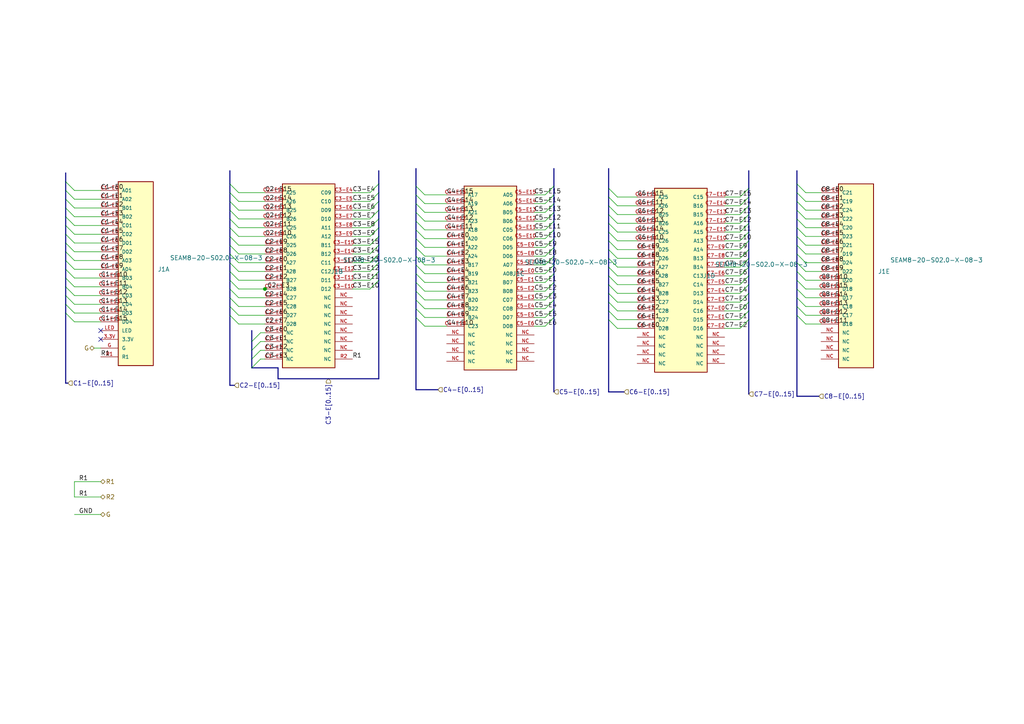
<source format=kicad_sch>
(kicad_sch (version 20250114) (generator "eeschema") (generator_version "9.0")
  (paper "A4")
  (lib_symbols
    (symbol "128Ch_thinfilm_connectors:SEAM8-20-S02.0-X-08-3" (pin_names (offset 1.016))
      (property "Reference" "J3" (at 6.35 2.5401 0))
      (property "Value" "SEAM8-20-S02.0-X-08-3" (at 9.906 5.842 0))
      (symbol "SEAM8-20-S02.0-X-08-3_1_0"
        (pin passive line (at -10.16 25.4 0) (length 5.08) (name "A01") (number "C1-E0"))
        (pin passive line (at -10.16 22.86 0) (length 5.08) (name "A02") (number "C1-E1"))
        (pin passive line (at -10.16 20.32 0) (length 5.08) (name "B01") (number "C1-E2"))
        (pin passive line (at -10.16 17.78 0) (length 5.08) (name "B02") (number "C1-E3"))
        (pin passive line (at -10.16 15.24 0) (length 5.08) (name "C01") (number "C1-E4"))
        (pin passive line (at -10.16 12.7 0) (length 5.08) (name "C02") (number "C1-E5"))
        (pin passive line (at -10.16 10.16 0) (length 5.08) (name "D01") (number "C1-E6"))
        (pin passive line (at -10.16 7.62 0) (length 5.08) (name "D02") (number "C1-E7"))
        (pin passive line (at -10.16 5.08 0) (length 5.08) (name "A03") (number "C1-E8"))
        (pin passive line (at -10.16 2.54 0) (length 5.08) (name "A04") (number "C1-E9"))
        (pin passive line (at -10.16 0 0) (length 5.08) (name "B03") (number "C1-E10"))
        (pin passive line (at -10.16 -2.54 0) (length 5.08) (name "B04") (number "C1-E11"))
        (pin passive line (at -10.16 -5.08 0) (length 5.08) (name "C03") (number "C1-E12"))
        (pin passive line (at -10.16 -7.62 0) (length 5.08) (name "C04") (number "C1-E13"))
        (pin passive line (at -10.16 -10.16 0) (length 5.08) (name "D03") (number "C1-E14"))
        (pin passive line (at -10.16 -12.7 0) (length 5.08) (name "D04") (number "C1-E15"))
        (pin passive line (at -10.16 -15.24 0) (length 5.08) (name "LED") (number "LED"))
        (pin passive line (at -10.16 -17.78 0) (length 5.08) (name "3.3V") (number "3.3V"))
        (pin passive line (at -10.16 -20.32 0) (length 5.08) (name "G") (number "G"))
        (pin passive line (at -10.16 -22.86 0) (length 5.08) (name "R1") (number "R1"))
      )
      (symbol "SEAM8-20-S02.0-X-08-3_2_0"
        (pin passive line (at -12.7 25.4 0) (length 5.08) (name "A25") (number "C2-E15"))
        (pin passive line (at -12.7 22.86 0) (length 5.08) (name "A26") (number "C2-E14"))
        (pin passive line (at -12.7 20.32 0) (length 5.08) (name "B25") (number "C2-E13"))
        (pin passive line (at -12.7 17.78 0) (length 5.08) (name "B26") (number "C2-E12"))
        (pin passive line (at -12.7 15.24 0) (length 5.08) (name "C25") (number "C2-E11"))
        (pin passive line (at -12.7 12.7 0) (length 5.08) (name "C26") (number "C2-E10"))
        (pin passive line (at -12.7 10.16 0) (length 5.08) (name "D25") (number "C2-E9"))
        (pin passive line (at -12.7 7.62 0) (length 5.08) (name "D26") (number "C2-E8"))
        (pin passive line (at -12.7 5.08 0) (length 5.08) (name "A27") (number "C2-E0"))
        (pin passive line (at -12.7 2.54 0) (length 5.08) (name "A28") (number "C2-E1"))
        (pin passive line (at -12.7 0 0) (length 5.08) (name "B27") (number "C2-E2"))
        (pin passive line (at -12.7 -2.54 0) (length 5.08) (name "B28") (number "C2-E3"))
        (pin passive line (at -12.7 -5.08 0) (length 5.08) (name "C27") (number "C2-E4"))
        (pin passive line (at -12.7 -7.62 0) (length 5.08) (name "C28") (number "C2-E5"))
        (pin passive line (at -12.7 -10.16 0) (length 5.08) (name "D27") (number "C2-E6"))
        (pin passive line (at -12.7 -12.7 0) (length 5.08) (name "D28") (number "C2_E7"))
        (pin passive line (at -12.7 -15.24 0) (length 5.08) (name "NC") (number "C3-E0"))
        (pin passive line (at -12.7 -17.78 0) (length 5.08) (name "NC") (number "C3-E1"))
        (pin passive line (at -12.7 -20.32 0) (length 5.08) (name "NC") (number "C3-E2"))
        (pin passive line (at -12.7 -22.86 0) (length 5.08) (name "NC") (number "C3-E3"))
        (pin passive line (at 12.7 25.4 180) (length 5.08) (name "C09") (number "C3-E4"))
        (pin passive line (at 12.7 22.86 180) (length 5.08) (name "C10") (number "C3-E5"))
        (pin passive line (at 12.7 20.32 180) (length 5.08) (name "D09") (number "C3-E6"))
        (pin passive line (at 12.7 17.78 180) (length 5.08) (name "D10") (number "C3-E7"))
        (pin passive line (at 12.7 15.24 180) (length 5.08) (name "A11") (number "C3-E8"))
        (pin passive line (at 12.7 12.7 180) (length 5.08) (name "A12") (number "C3-E9"))
        (pin passive line (at 12.7 10.16 180) (length 5.08) (name "B11") (number "C3-E15"))
        (pin passive line (at 12.7 7.62 180) (length 5.08) (name "B12") (number "C3-E14"))
        (pin passive line (at 12.7 5.08 180) (length 5.08) (name "C11") (number "C3-E13"))
        (pin passive line (at 12.7 2.54 180) (length 5.08) (name "C12") (number "C3-E12"))
        (pin passive line (at 12.7 0 180) (length 5.08) (name "D11") (number "C3-E11"))
        (pin passive line (at 12.7 -2.54 180) (length 5.08) (name "D12") (number "C3-E10"))
        (pin passive line (at 12.7 -5.08 180) (length 5.08) (name "NC") (number "NC"))
        (pin passive line (at 12.7 -7.62 180) (length 5.08) (name "NC") (number "NC"))
        (pin passive line (at 12.7 -10.16 180) (length 5.08) (name "NC") (number "NC"))
        (pin passive line (at 12.7 -12.7 180) (length 5.08) (name "NC") (number "NC"))
        (pin passive line (at 12.7 -15.24 180) (length 5.08) (name "NC") (number "NC"))
        (pin passive line (at 12.7 -17.78 180) (length 5.08) (name "NC") (number "NC"))
        (pin passive line (at 12.7 -20.32 180) (length 5.08) (name "NC") (number "NC"))
        (pin passive line (at 12.7 -22.86 180) (length 5.08) (name "NC") (number "R2"))
      )
      (symbol "SEAM8-20-S02.0-X-08-3_3_0"
        (pin passive line (at -12.7 25.4 0) (length 5.08) (name "A17") (number "C4-E15"))
        (pin passive line (at -12.7 22.86 0) (length 5.08) (name "A19") (number "C4-E14"))
        (pin passive line (at -12.7 20.32 0) (length 5.08) (name "A21") (number "C4-E13"))
        (pin passive line (at -12.7 17.78 0) (length 5.08) (name "A23") (number "C4-E12"))
        (pin passive line (at -12.7 15.24 0) (length 5.08) (name "A18") (number "C4-E11"))
        (pin passive line (at -12.7 12.7 0) (length 5.08) (name "A20") (number "C4-E0"))
        (pin passive line (at -12.7 10.16 0) (length 5.08) (name "A22") (number "C4-E1"))
        (pin passive line (at -12.7 7.62 0) (length 5.08) (name "A24") (number "C4-E2"))
        (pin passive line (at -12.7 5.08 0) (length 5.08) (name "B17") (number "C4-E3"))
        (pin passive line (at -12.7 2.54 0) (length 5.08) (name "B19") (number "C4-E4"))
        (pin passive line (at -12.7 0 0) (length 5.08) (name "B21") (number "C4-E5"))
        (pin passive line (at -12.7 -2.54 0) (length 5.08) (name "B23") (number "C4-E6"))
        (pin passive line (at -12.7 -5.08 0) (length 5.08) (name "B20") (number "C4-E7"))
        (pin passive line (at -12.7 -7.62 0) (length 5.08) (name "B22") (number "C4-E8"))
        (pin passive line (at -12.7 -10.16 0) (length 5.08) (name "B24") (number "C4-E9"))
        (pin passive line (at -12.7 -12.7 0) (length 5.08) (name "C23") (number "C4-E10"))
        (pin passive line (at -12.7 -15.24 0) (length 5.08) (name "NC") (number "NC"))
        (pin passive line (at -12.7 -17.78 0) (length 5.08) (name "NC") (number "NC"))
        (pin passive line (at -12.7 -20.32 0) (length 5.08) (name "NC") (number "NC"))
        (pin passive line (at -12.7 -22.86 0) (length 5.08) (name "NC") (number "NC"))
        (pin passive line (at 12.7 25.4 180) (length 5.08) (name "A05") (number "C5-E15"))
        (pin passive line (at 12.7 22.86 180) (length 5.08) (name "A06") (number "C5-E14"))
        (pin passive line (at 12.7 20.32 180) (length 5.08) (name "B05") (number "C5-E13"))
        (pin passive line (at 12.7 17.78 180) (length 5.08) (name "B06") (number "C5-E12"))
        (pin passive line (at 12.7 15.24 180) (length 5.08) (name "C05") (number "C5-E11"))
        (pin passive line (at 12.7 12.7 180) (length 5.08) (name "C06") (number "C5-E10"))
        (pin passive line (at 12.7 10.16 180) (length 5.08) (name "D05") (number "C5-E9"))
        (pin passive line (at 12.7 7.62 180) (length 5.08) (name "D06") (number "C5-E8"))
        (pin passive line (at 12.7 5.08 180) (length 5.08) (name "A07") (number "C5-E7"))
        (pin passive line (at 12.7 2.54 180) (length 5.08) (name "A08") (number "C5-E0"))
        (pin passive line (at 12.7 0 180) (length 5.08) (name "B07") (number "C5-E1"))
        (pin passive line (at 12.7 -2.54 180) (length 5.08) (name "B08") (number "C5-E2"))
        (pin passive line (at 12.7 -5.08 180) (length 5.08) (name "C07") (number "C5-E3"))
        (pin passive line (at 12.7 -7.62 180) (length 5.08) (name "C08") (number "C5-E4"))
        (pin passive line (at 12.7 -10.16 180) (length 5.08) (name "D07") (number "C5-E5"))
        (pin passive line (at 12.7 -12.7 180) (length 5.08) (name "D08") (number "C5-E6"))
        (pin passive line (at 12.7 -15.24 180) (length 5.08) (name "NC") (number "NC"))
        (pin passive line (at 12.7 -17.78 180) (length 5.08) (name "NC") (number "NC"))
        (pin passive line (at 12.7 -20.32 180) (length 5.08) (name "NC") (number "NC"))
        (pin passive line (at 12.7 -22.86 180) (length 5.08) (name "NC") (number "NC"))
      )
      (symbol "SEAM8-20-S02.0-X-08-3_4_0"
        (pin passive line (at -12.7 25.4 0) (length 5.08) (name "A25") (number "C6-E15"))
        (pin passive line (at -12.7 22.86 0) (length 5.08) (name "A26") (number "C6-E11"))
        (pin passive line (at -12.7 20.32 0) (length 5.08) (name "B25") (number "C6-E12"))
        (pin passive line (at -12.7 17.78 0) (length 5.08) (name "B26") (number "C6-E13"))
        (pin passive line (at -12.7 15.24 0) (length 5.08) (name "C25") (number "C6-E14"))
        (pin passive line (at -12.7 12.7 0) (length 5.08) (name "C26") (number "C6-E10"))
        (pin passive line (at -12.7 10.16 0) (length 5.08) (name "D25") (number "C6-E9"))
        (pin passive line (at -12.7 7.62 0) (length 5.08) (name "D26") (number "C6-E8"))
        (pin passive line (at -12.7 5.08 0) (length 5.08) (name "A27") (number "C6-E7"))
        (pin passive line (at -12.7 2.54 0) (length 5.08) (name "A28") (number "C6-E6"))
        (pin passive line (at -12.7 0 0) (length 5.08) (name "B27") (number "C6-E5"))
        (pin passive line (at -12.7 -2.54 0) (length 5.08) (name "B28") (number "C6-E4"))
        (pin passive line (at -12.7 -5.08 0) (length 5.08) (name "C27") (number "C6-E3"))
        (pin passive line (at -12.7 -7.62 0) (length 5.08) (name "C28") (number "C6-E2"))
        (pin passive line (at -12.7 -10.16 0) (length 5.08) (name "D27") (number "C6-E1"))
        (pin passive line (at -12.7 -12.7 0) (length 5.08) (name "D28") (number "C6-E0"))
        (pin passive line (at -12.7 -15.24 0) (length 5.08) (name "NC") (number "NC"))
        (pin passive line (at -12.7 -17.78 0) (length 5.08) (name "NC") (number "NC"))
        (pin passive line (at -12.7 -20.32 0) (length 5.08) (name "NC") (number "NC"))
        (pin passive line (at -12.7 -22.86 0) (length 5.08) (name "NC") (number "NC"))
        (pin passive line (at 12.7 25.4 180) (length 5.08) (name "C15") (number "C7-E15"))
        (pin passive line (at 12.7 22.86 180) (length 5.08) (name "B16") (number "C7-E14"))
        (pin passive line (at 12.7 20.32 180) (length 5.08) (name "B15") (number "C7-E13"))
        (pin passive line (at 12.7 17.78 180) (length 5.08) (name "A16") (number "C7-E12"))
        (pin passive line (at 12.7 15.24 180) (length 5.08) (name "A15") (number "C7-E11"))
        (pin passive line (at 12.7 12.7 180) (length 5.08) (name "A13") (number "C7-E10"))
        (pin passive line (at 12.7 10.16 180) (length 5.08) (name "A14") (number "C7-E9"))
        (pin passive line (at 12.7 7.62 180) (length 5.08) (name "B13") (number "C7-E8"))
        (pin passive line (at 12.7 5.08 180) (length 5.08) (name "B14") (number "C7-E7"))
        (pin passive line (at 12.7 2.54 180) (length 5.08) (name "C13") (number "C7-E6"))
        (pin passive line (at 12.7 0 180) (length 5.08) (name "C14") (number "C7-E5"))
        (pin passive line (at 12.7 -2.54 180) (length 5.08) (name "D13") (number "C7-E4"))
        (pin passive line (at 12.7 -5.08 180) (length 5.08) (name "D14") (number "C7-E3"))
        (pin passive line (at 12.7 -7.62 180) (length 5.08) (name "C16") (number "C7-E0"))
        (pin passive line (at 12.7 -10.16 180) (length 5.08) (name "D15") (number "C7-E1"))
        (pin passive line (at 12.7 -12.7 180) (length 5.08) (name "D16") (number "C7-E2"))
        (pin passive line (at 12.7 -15.24 180) (length 5.08) (name "NC") (number "NC"))
        (pin passive line (at 12.7 -17.78 180) (length 5.08) (name "NC") (number "NC"))
        (pin passive line (at 12.7 -20.32 180) (length 5.08) (name "NC") (number "NC"))
        (pin passive line (at 12.7 -22.86 180) (length 5.08) (name "NC") (number "NC"))
      )
      (symbol "SEAM8-20-S02.0-X-08-3_5_0"
        (pin passive line (at -10.16 25.4 0) (length 5.08) (name "C21") (number "C8-E0"))
        (pin passive line (at -10.16 22.86 0) (length 5.08) (name "C19") (number "C8-E1"))
        (pin passive line (at -10.16 20.32 0) (length 5.08) (name "C24") (number "C8-E2"))
        (pin passive line (at -10.16 17.78 0) (length 5.08) (name "C22") (number "C8-E3"))
        (pin passive line (at -10.16 15.24 0) (length 5.08) (name "C20") (number "C8-E4"))
        (pin passive line (at -10.16 12.7 0) (length 5.08) (name "D23") (number "C8-E5"))
        (pin passive line (at -10.16 10.16 0) (length 5.08) (name "D21") (number "C8-E6"))
        (pin passive line (at -10.16 7.62 0) (length 5.08) (name "D19") (number "C8-E7"))
        (pin passive line (at -10.16 5.08 0) (length 5.08) (name "D24") (number "C8-E8"))
        (pin passive line (at -10.16 2.54 0) (length 5.08) (name "D22") (number "C8-E9"))
        (pin passive line (at -10.16 0 0) (length 5.08) (name "D20") (number "C8-E10"))
        (pin passive line (at -10.16 -2.54 0) (length 5.08) (name "D18") (number "C8-E15"))
        (pin passive line (at -10.16 -5.08 0) (length 5.08) (name "D17") (number "C8-E14"))
        (pin passive line (at -10.16 -7.62 0) (length 5.08) (name "C18") (number "C8-E13"))
        (pin passive line (at -10.16 -10.16 0) (length 5.08) (name "C17") (number "C8-E12"))
        (pin passive line (at -10.16 -12.7 0) (length 5.08) (name "B18") (number "C8-E11"))
        (pin passive line (at -10.16 -15.24 0) (length 5.08) (name "NC") (number "NC"))
        (pin passive line (at -10.16 -17.78 0) (length 5.08) (name "NC") (number "NC"))
        (pin passive line (at -10.16 -20.32 0) (length 5.08) (name "NC") (number "NC"))
        (pin passive line (at -10.16 -22.86 0) (length 5.08) (name "NC") (number "NC"))
      )
    )
    (symbol "SEAM8-20-S02.0-X-08-3_1" (pin_names (offset 1.016))
      (property "Reference" "J3" (at 6.35 2.5401 0))
      (property "Value" "SEAM8-20-S02.0-X-08-3" (at 9.906 5.842 0))
      (symbol "SEAM8-20-S02.0-X-08-3_1_1_0"
        (pin passive line (at -10.16 25.4 0) (length 5.08) (name "A01") (number "C1-E0"))
        (pin passive line (at -10.16 22.86 0) (length 5.08) (name "A02") (number "C1-E1"))
        (pin passive line (at -10.16 20.32 0) (length 5.08) (name "B01") (number "C1-E2"))
        (pin passive line (at -10.16 17.78 0) (length 5.08) (name "B02") (number "C1-E3"))
        (pin passive line (at -10.16 15.24 0) (length 5.08) (name "C01") (number "C1-E4"))
        (pin passive line (at -10.16 12.7 0) (length 5.08) (name "C02") (number "C1-E5"))
        (pin passive line (at -10.16 10.16 0) (length 5.08) (name "D01") (number "C1-E6"))
        (pin passive line (at -10.16 7.62 0) (length 5.08) (name "D02") (number "C1-E7"))
        (pin passive line (at -10.16 5.08 0) (length 5.08) (name "A03") (number "C1-E8"))
        (pin passive line (at -10.16 2.54 0) (length 5.08) (name "A04") (number "C1-E9"))
        (pin passive line (at -10.16 0 0) (length 5.08) (name "B03") (number "C1-E10"))
        (pin passive line (at -10.16 -2.54 0) (length 5.08) (name "B04") (number "C1-E11"))
        (pin passive line (at -10.16 -5.08 0) (length 5.08) (name "C03") (number "C1-E12"))
        (pin passive line (at -10.16 -7.62 0) (length 5.08) (name "C04") (number "C1-E13"))
        (pin passive line (at -10.16 -10.16 0) (length 5.08) (name "D03") (number "C1-E14"))
        (pin passive line (at -10.16 -12.7 0) (length 5.08) (name "D04") (number "C1-E15"))
        (pin passive line (at -10.16 -15.24 0) (length 5.08) (name "LED") (number "LED"))
        (pin passive line (at -10.16 -17.78 0) (length 5.08) (name "3.3V") (number "3.3V"))
        (pin passive line (at -10.16 -20.32 0) (length 5.08) (name "G") (number "G"))
        (pin passive line (at -10.16 -22.86 0) (length 5.08) (name "R1") (number "R1"))
      )
      (symbol "SEAM8-20-S02.0-X-08-3_1_2_0"
        (pin passive line (at -12.7 25.4 0) (length 5.08) (name "A25") (number "C2-E15"))
        (pin passive line (at -12.7 22.86 0) (length 5.08) (name "A26") (number "C2-E14"))
        (pin passive line (at -12.7 20.32 0) (length 5.08) (name "B25") (number "C2-E13"))
        (pin passive line (at -12.7 17.78 0) (length 5.08) (name "B26") (number "C2-E12"))
        (pin passive line (at -12.7 15.24 0) (length 5.08) (name "C25") (number "C2-E11"))
        (pin passive line (at -12.7 12.7 0) (length 5.08) (name "C26") (number "C2-E10"))
        (pin passive line (at -12.7 10.16 0) (length 5.08) (name "D25") (number "C2-E9"))
        (pin passive line (at -12.7 7.62 0) (length 5.08) (name "D26") (number "C2-E8"))
        (pin passive line (at -12.7 5.08 0) (length 5.08) (name "A27") (number "C2-E0"))
        (pin passive line (at -12.7 2.54 0) (length 5.08) (name "A28") (number "C2-E1"))
        (pin passive line (at -12.7 0 0) (length 5.08) (name "B27") (number "C2-E2"))
        (pin passive line (at -12.7 -2.54 0) (length 5.08) (name "B28") (number "C2-E3"))
        (pin passive line (at -12.7 -5.08 0) (length 5.08) (name "C27") (number "C2-E4"))
        (pin passive line (at -12.7 -7.62 0) (length 5.08) (name "C28") (number "C2-E5"))
        (pin passive line (at -12.7 -10.16 0) (length 5.08) (name "D27") (number "C2-E6"))
        (pin passive line (at -12.7 -12.7 0) (length 5.08) (name "D28") (number "C2_E7"))
        (pin passive line (at -12.7 -15.24 0) (length 5.08) (name "NC") (number "C3-E0"))
        (pin passive line (at -12.7 -17.78 0) (length 5.08) (name "NC") (number "C3-E1"))
        (pin passive line (at -12.7 -20.32 0) (length 5.08) (name "NC") (number "C3-E2"))
        (pin passive line (at -12.7 -22.86 0) (length 5.08) (name "NC") (number "C3-E3"))
        (pin passive line (at 12.7 25.4 180) (length 5.08) (name "C09") (number "C3-E4"))
        (pin passive line (at 12.7 22.86 180) (length 5.08) (name "C10") (number "C3-E5"))
        (pin passive line (at 12.7 20.32 180) (length 5.08) (name "D09") (number "C3-E6"))
        (pin passive line (at 12.7 17.78 180) (length 5.08) (name "D10") (number "C3-E7"))
        (pin passive line (at 12.7 15.24 180) (length 5.08) (name "A11") (number "C3-E8"))
        (pin passive line (at 12.7 12.7 180) (length 5.08) (name "A12") (number "C3-E9"))
        (pin passive line (at 12.7 10.16 180) (length 5.08) (name "B11") (number "C3-E15"))
        (pin passive line (at 12.7 7.62 180) (length 5.08) (name "B12") (number "C3-E14"))
        (pin passive line (at 12.7 5.08 180) (length 5.08) (name "C11") (number "C3-E13"))
        (pin passive line (at 12.7 2.54 180) (length 5.08) (name "C12") (number "C3-E12"))
        (pin passive line (at 12.7 0 180) (length 5.08) (name "D11") (number "C3-E11"))
        (pin passive line (at 12.7 -2.54 180) (length 5.08) (name "D12") (number "C3-E10"))
        (pin passive line (at 12.7 -5.08 180) (length 5.08) (name "NC") (number "NC"))
        (pin passive line (at 12.7 -7.62 180) (length 5.08) (name "NC") (number "NC"))
        (pin passive line (at 12.7 -10.16 180) (length 5.08) (name "NC") (number "NC"))
        (pin passive line (at 12.7 -12.7 180) (length 5.08) (name "NC") (number "NC"))
        (pin passive line (at 12.7 -15.24 180) (length 5.08) (name "NC") (number "NC"))
        (pin passive line (at 12.7 -17.78 180) (length 5.08) (name "NC") (number "NC"))
        (pin passive line (at 12.7 -20.32 180) (length 5.08) (name "NC") (number "NC"))
        (pin passive line (at 12.7 -22.86 180) (length 5.08) (name "NC") (number "R2"))
      )
      (symbol "SEAM8-20-S02.0-X-08-3_1_3_0"
        (pin passive line (at -12.7 25.4 0) (length 5.08) (name "A17") (number "C4-E15"))
        (pin passive line (at -12.7 22.86 0) (length 5.08) (name "A19") (number "C4-E14"))
        (pin passive line (at -12.7 20.32 0) (length 5.08) (name "A21") (number "C4-E13"))
        (pin passive line (at -12.7 17.78 0) (length 5.08) (name "A23") (number "C4-E12"))
        (pin passive line (at -12.7 15.24 0) (length 5.08) (name "A18") (number "C4-E11"))
        (pin passive line (at -12.7 12.7 0) (length 5.08) (name "A20") (number "C4-E0"))
        (pin passive line (at -12.7 10.16 0) (length 5.08) (name "A22") (number "C4-E1"))
        (pin passive line (at -12.7 7.62 0) (length 5.08) (name "A24") (number "C4-E2"))
        (pin passive line (at -12.7 5.08 0) (length 5.08) (name "B17") (number "C4-E3"))
        (pin passive line (at -12.7 2.54 0) (length 5.08) (name "B19") (number "C4-E4"))
        (pin passive line (at -12.7 0 0) (length 5.08) (name "B21") (number "C4-E5"))
        (pin passive line (at -12.7 -2.54 0) (length 5.08) (name "B23") (number "C4-E6"))
        (pin passive line (at -12.7 -5.08 0) (length 5.08) (name "B20") (number "C4-E7"))
        (pin passive line (at -12.7 -7.62 0) (length 5.08) (name "B22") (number "C4-E8"))
        (pin passive line (at -12.7 -10.16 0) (length 5.08) (name "B24") (number "C4-E9"))
        (pin passive line (at -12.7 -12.7 0) (length 5.08) (name "C23") (number "C4-E10"))
        (pin passive line (at -12.7 -15.24 0) (length 5.08) (name "NC") (number "NC"))
        (pin passive line (at -12.7 -17.78 0) (length 5.08) (name "NC") (number "NC"))
        (pin passive line (at -12.7 -20.32 0) (length 5.08) (name "NC") (number "NC"))
        (pin passive line (at -12.7 -22.86 0) (length 5.08) (name "NC") (number "NC"))
        (pin passive line (at 12.7 25.4 180) (length 5.08) (name "A05") (number "C5-E15"))
        (pin passive line (at 12.7 22.86 180) (length 5.08) (name "A06") (number "C5-E14"))
        (pin passive line (at 12.7 20.32 180) (length 5.08) (name "B05") (number "C5-E13"))
        (pin passive line (at 12.7 17.78 180) (length 5.08) (name "B06") (number "C5-E12"))
        (pin passive line (at 12.7 15.24 180) (length 5.08) (name "C05") (number "C5-E11"))
        (pin passive line (at 12.7 12.7 180) (length 5.08) (name "C06") (number "C5-E10"))
        (pin passive line (at 12.7 10.16 180) (length 5.08) (name "D05") (number "C5-E9"))
        (pin passive line (at 12.7 7.62 180) (length 5.08) (name "D06") (number "C5-E8"))
        (pin passive line (at 12.7 5.08 180) (length 5.08) (name "A07") (number "C5-E7"))
        (pin passive line (at 12.7 2.54 180) (length 5.08) (name "A08") (number "C5-E0"))
        (pin passive line (at 12.7 0 180) (length 5.08) (name "B07") (number "C5-E1"))
        (pin passive line (at 12.7 -2.54 180) (length 5.08) (name "B08") (number "C5-E2"))
        (pin passive line (at 12.7 -5.08 180) (length 5.08) (name "C07") (number "C5-E3"))
        (pin passive line (at 12.7 -7.62 180) (length 5.08) (name "C08") (number "C5-E4"))
        (pin passive line (at 12.7 -10.16 180) (length 5.08) (name "D07") (number "C5-E5"))
        (pin passive line (at 12.7 -12.7 180) (length 5.08) (name "D08") (number "C5-E6"))
        (pin passive line (at 12.7 -15.24 180) (length 5.08) (name "NC") (number "NC"))
        (pin passive line (at 12.7 -17.78 180) (length 5.08) (name "NC") (number "NC"))
        (pin passive line (at 12.7 -20.32 180) (length 5.08) (name "NC") (number "NC"))
        (pin passive line (at 12.7 -22.86 180) (length 5.08) (name "NC") (number "NC"))
      )
      (symbol "SEAM8-20-S02.0-X-08-3_1_4_0"
        (pin passive line (at -12.7 25.4 0) (length 5.08) (name "A25") (number "C6-E15"))
        (pin passive line (at -12.7 22.86 0) (length 5.08) (name "A26") (number "C6-E11"))
        (pin passive line (at -12.7 20.32 0) (length 5.08) (name "B25") (number "C6-E12"))
        (pin passive line (at -12.7 17.78 0) (length 5.08) (name "B26") (number "C6-E13"))
        (pin passive line (at -12.7 15.24 0) (length 5.08) (name "C25") (number "C6-E14"))
        (pin passive line (at -12.7 12.7 0) (length 5.08) (name "C26") (number "C6-E10"))
        (pin passive line (at -12.7 10.16 0) (length 5.08) (name "D25") (number "C6-E9"))
        (pin passive line (at -12.7 7.62 0) (length 5.08) (name "D26") (number "C6-E8"))
        (pin passive line (at -12.7 5.08 0) (length 5.08) (name "A27") (number "C6-E7"))
        (pin passive line (at -12.7 2.54 0) (length 5.08) (name "A28") (number "C6-E6"))
        (pin passive line (at -12.7 0 0) (length 5.08) (name "B27") (number "C6-E5"))
        (pin passive line (at -12.7 -2.54 0) (length 5.08) (name "B28") (number "C6-E4"))
        (pin passive line (at -12.7 -5.08 0) (length 5.08) (name "C27") (number "C6-E3"))
        (pin passive line (at -12.7 -7.62 0) (length 5.08) (name "C28") (number "C6-E2"))
        (pin passive line (at -12.7 -10.16 0) (length 5.08) (name "D27") (number "C6-E1"))
        (pin passive line (at -12.7 -12.7 0) (length 5.08) (name "D28") (number "C6-E0"))
        (pin passive line (at -12.7 -15.24 0) (length 5.08) (name "NC") (number "NC"))
        (pin passive line (at -12.7 -17.78 0) (length 5.08) (name "NC") (number "NC"))
        (pin passive line (at -12.7 -20.32 0) (length 5.08) (name "NC") (number "NC"))
        (pin passive line (at -12.7 -22.86 0) (length 5.08) (name "NC") (number "NC"))
        (pin passive line (at 12.7 25.4 180) (length 5.08) (name "C15") (number "C7-E15"))
        (pin passive line (at 12.7 22.86 180) (length 5.08) (name "B16") (number "C7-E14"))
        (pin passive line (at 12.7 20.32 180) (length 5.08) (name "B15") (number "C7-E13"))
        (pin passive line (at 12.7 17.78 180) (length 5.08) (name "A16") (number "C7-E12"))
        (pin passive line (at 12.7 15.24 180) (length 5.08) (name "A15") (number "C7-E11"))
        (pin passive line (at 12.7 12.7 180) (length 5.08) (name "A13") (number "C7-E10"))
        (pin passive line (at 12.7 10.16 180) (length 5.08) (name "A14") (number "C7-E9"))
        (pin passive line (at 12.7 7.62 180) (length 5.08) (name "B13") (number "C7-E8"))
        (pin passive line (at 12.7 5.08 180) (length 5.08) (name "B14") (number "C7-E7"))
        (pin passive line (at 12.7 2.54 180) (length 5.08) (name "C13") (number "C7-E6"))
        (pin passive line (at 12.7 0 180) (length 5.08) (name "C14") (number "C7-E5"))
        (pin passive line (at 12.7 -2.54 180) (length 5.08) (name "D13") (number "C7-E4"))
        (pin passive line (at 12.7 -5.08 180) (length 5.08) (name "D14") (number "C7-E3"))
        (pin passive line (at 12.7 -7.62 180) (length 5.08) (name "C16") (number "C7-E0"))
        (pin passive line (at 12.7 -10.16 180) (length 5.08) (name "D15") (number "C7-E1"))
        (pin passive line (at 12.7 -12.7 180) (length 5.08) (name "D16") (number "C7-E2"))
        (pin passive line (at 12.7 -15.24 180) (length 5.08) (name "NC") (number "NC"))
        (pin passive line (at 12.7 -17.78 180) (length 5.08) (name "NC") (number "NC"))
        (pin passive line (at 12.7 -20.32 180) (length 5.08) (name "NC") (number "NC"))
        (pin passive line (at 12.7 -22.86 180) (length 5.08) (name "NC") (number "NC"))
      )
      (symbol "SEAM8-20-S02.0-X-08-3_1_5_0"
        (pin passive line (at -10.16 25.4 0) (length 5.08) (name "C21") (number "C8-E0"))
        (pin passive line (at -10.16 22.86 0) (length 5.08) (name "C19") (number "C8-E1"))
        (pin passive line (at -10.16 20.32 0) (length 5.08) (name "C24") (number "C8-E2"))
        (pin passive line (at -10.16 17.78 0) (length 5.08) (name "C22") (number "C8-E3"))
        (pin passive line (at -10.16 15.24 0) (length 5.08) (name "C20") (number "C8-E4"))
        (pin passive line (at -10.16 12.7 0) (length 5.08) (name "D23") (number "C8-E5"))
        (pin passive line (at -10.16 10.16 0) (length 5.08) (name "D21") (number "C8-E6"))
        (pin passive line (at -10.16 7.62 0) (length 5.08) (name "D19") (number "C8-E7"))
        (pin passive line (at -10.16 5.08 0) (length 5.08) (name "D24") (number "C8-E8"))
        (pin passive line (at -10.16 2.54 0) (length 5.08) (name "D22") (number "C8-E9"))
        (pin passive line (at -10.16 0 0) (length 5.08) (name "D20") (number "C8-E10"))
        (pin passive line (at -10.16 -2.54 0) (length 5.08) (name "D18") (number "C8-E15"))
        (pin passive line (at -10.16 -5.08 0) (length 5.08) (name "D17") (number "C8-E14"))
        (pin passive line (at -10.16 -7.62 0) (length 5.08) (name "C18") (number "C8-E13"))
        (pin passive line (at -10.16 -10.16 0) (length 5.08) (name "C17") (number "C8-E12"))
        (pin passive line (at -10.16 -12.7 0) (length 5.08) (name "B18") (number "C8-E11"))
        (pin passive line (at -10.16 -15.24 0) (length 5.08) (name "NC") (number "NC"))
        (pin passive line (at -10.16 -17.78 0) (length 5.08) (name "NC") (number "NC"))
        (pin passive line (at -10.16 -20.32 0) (length 5.08) (name "NC") (number "NC"))
        (pin passive line (at -10.16 -22.86 0) (length 5.08) (name "NC") (number "NC"))
      )
    )
    (symbol "SEAM8-20-S02.0-X-08-3_2" (pin_names (offset 1.016))
      (property "Reference" "J3" (at 6.35 2.5401 0))
      (property "Value" "SEAM8-20-S02.0-X-08-3" (at 9.906 5.842 0))
      (symbol "SEAM8-20-S02.0-X-08-3_2_1_0"
        (pin passive line (at -10.16 25.4 0) (length 5.08) (name "A01") (number "C1-E0"))
        (pin passive line (at -10.16 22.86 0) (length 5.08) (name "A02") (number "C1-E1"))
        (pin passive line (at -10.16 20.32 0) (length 5.08) (name "B01") (number "C1-E2"))
        (pin passive line (at -10.16 17.78 0) (length 5.08) (name "B02") (number "C1-E3"))
        (pin passive line (at -10.16 15.24 0) (length 5.08) (name "C01") (number "C1-E4"))
        (pin passive line (at -10.16 12.7 0) (length 5.08) (name "C02") (number "C1-E5"))
        (pin passive line (at -10.16 10.16 0) (length 5.08) (name "D01") (number "C1-E6"))
        (pin passive line (at -10.16 7.62 0) (length 5.08) (name "D02") (number "C1-E7"))
        (pin passive line (at -10.16 5.08 0) (length 5.08) (name "A03") (number "C1-E8"))
        (pin passive line (at -10.16 2.54 0) (length 5.08) (name "A04") (number "C1-E9"))
        (pin passive line (at -10.16 0 0) (length 5.08) (name "B03") (number "C1-E10"))
        (pin passive line (at -10.16 -2.54 0) (length 5.08) (name "B04") (number "C1-E11"))
        (pin passive line (at -10.16 -5.08 0) (length 5.08) (name "C03") (number "C1-E12"))
        (pin passive line (at -10.16 -7.62 0) (length 5.08) (name "C04") (number "C1-E13"))
        (pin passive line (at -10.16 -10.16 0) (length 5.08) (name "D03") (number "C1-E14"))
        (pin passive line (at -10.16 -12.7 0) (length 5.08) (name "D04") (number "C1-E15"))
        (pin passive line (at -10.16 -15.24 0) (length 5.08) (name "LED") (number "LED"))
        (pin passive line (at -10.16 -17.78 0) (length 5.08) (name "3.3V") (number "3.3V"))
        (pin passive line (at -10.16 -20.32 0) (length 5.08) (name "G") (number "G"))
        (pin passive line (at -10.16 -22.86 0) (length 5.08) (name "R1") (number "R1"))
      )
      (symbol "SEAM8-20-S02.0-X-08-3_2_2_0"
        (pin passive line (at -12.7 25.4 0) (length 5.08) (name "A25") (number "C2-E15"))
        (pin passive line (at -12.7 22.86 0) (length 5.08) (name "A26") (number "C2-E14"))
        (pin passive line (at -12.7 20.32 0) (length 5.08) (name "B25") (number "C2-E13"))
        (pin passive line (at -12.7 17.78 0) (length 5.08) (name "B26") (number "C2-E12"))
        (pin passive line (at -12.7 15.24 0) (length 5.08) (name "C25") (number "C2-E11"))
        (pin passive line (at -12.7 12.7 0) (length 5.08) (name "C26") (number "C2-E10"))
        (pin passive line (at -12.7 10.16 0) (length 5.08) (name "D25") (number "C2-E9"))
        (pin passive line (at -12.7 7.62 0) (length 5.08) (name "D26") (number "C2-E8"))
        (pin passive line (at -12.7 5.08 0) (length 5.08) (name "A27") (number "C2-E0"))
        (pin passive line (at -12.7 2.54 0) (length 5.08) (name "A28") (number "C2-E1"))
        (pin passive line (at -12.7 0 0) (length 5.08) (name "B27") (number "C2-E2"))
        (pin passive line (at -12.7 -2.54 0) (length 5.08) (name "B28") (number "C2-E3"))
        (pin passive line (at -12.7 -5.08 0) (length 5.08) (name "C27") (number "C2-E4"))
        (pin passive line (at -12.7 -7.62 0) (length 5.08) (name "C28") (number "C2-E5"))
        (pin passive line (at -12.7 -10.16 0) (length 5.08) (name "D27") (number "C2-E6"))
        (pin passive line (at -12.7 -12.7 0) (length 5.08) (name "D28") (number "C2_E7"))
        (pin passive line (at -12.7 -15.24 0) (length 5.08) (name "NC") (number "C3-E0"))
        (pin passive line (at -12.7 -17.78 0) (length 5.08) (name "NC") (number "C3-E1"))
        (pin passive line (at -12.7 -20.32 0) (length 5.08) (name "NC") (number "C3-E2"))
        (pin passive line (at -12.7 -22.86 0) (length 5.08) (name "NC") (number "C3-E3"))
        (pin passive line (at 12.7 25.4 180) (length 5.08) (name "C09") (number "C3-E4"))
        (pin passive line (at 12.7 22.86 180) (length 5.08) (name "C10") (number "C3-E5"))
        (pin passive line (at 12.7 20.32 180) (length 5.08) (name "D09") (number "C3-E6"))
        (pin passive line (at 12.7 17.78 180) (length 5.08) (name "D10") (number "C3-E7"))
        (pin passive line (at 12.7 15.24 180) (length 5.08) (name "A11") (number "C3-E8"))
        (pin passive line (at 12.7 12.7 180) (length 5.08) (name "A12") (number "C3-E9"))
        (pin passive line (at 12.7 10.16 180) (length 5.08) (name "B11") (number "C3-E15"))
        (pin passive line (at 12.7 7.62 180) (length 5.08) (name "B12") (number "C3-E14"))
        (pin passive line (at 12.7 5.08 180) (length 5.08) (name "C11") (number "C3-E13"))
        (pin passive line (at 12.7 2.54 180) (length 5.08) (name "C12") (number "C3-E12"))
        (pin passive line (at 12.7 0 180) (length 5.08) (name "D11") (number "C3-E11"))
        (pin passive line (at 12.7 -2.54 180) (length 5.08) (name "D12") (number "C3-E10"))
        (pin passive line (at 12.7 -5.08 180) (length 5.08) (name "NC") (number "NC"))
        (pin passive line (at 12.7 -7.62 180) (length 5.08) (name "NC") (number "NC"))
        (pin passive line (at 12.7 -10.16 180) (length 5.08) (name "NC") (number "NC"))
        (pin passive line (at 12.7 -12.7 180) (length 5.08) (name "NC") (number "NC"))
        (pin passive line (at 12.7 -15.24 180) (length 5.08) (name "NC") (number "NC"))
        (pin passive line (at 12.7 -17.78 180) (length 5.08) (name "NC") (number "NC"))
        (pin passive line (at 12.7 -20.32 180) (length 5.08) (name "NC") (number "NC"))
        (pin passive line (at 12.7 -22.86 180) (length 5.08) (name "NC") (number "R2"))
      )
      (symbol "SEAM8-20-S02.0-X-08-3_2_3_0"
        (pin passive line (at -12.7 25.4 0) (length 5.08) (name "A17") (number "C4-E15"))
        (pin passive line (at -12.7 22.86 0) (length 5.08) (name "A19") (number "C4-E14"))
        (pin passive line (at -12.7 20.32 0) (length 5.08) (name "A21") (number "C4-E13"))
        (pin passive line (at -12.7 17.78 0) (length 5.08) (name "A23") (number "C4-E12"))
        (pin passive line (at -12.7 15.24 0) (length 5.08) (name "A18") (number "C4-E11"))
        (pin passive line (at -12.7 12.7 0) (length 5.08) (name "A20") (number "C4-E0"))
        (pin passive line (at -12.7 10.16 0) (length 5.08) (name "A22") (number "C4-E1"))
        (pin passive line (at -12.7 7.62 0) (length 5.08) (name "A24") (number "C4-E2"))
        (pin passive line (at -12.7 5.08 0) (length 5.08) (name "B17") (number "C4-E3"))
        (pin passive line (at -12.7 2.54 0) (length 5.08) (name "B19") (number "C4-E4"))
        (pin passive line (at -12.7 0 0) (length 5.08) (name "B21") (number "C4-E5"))
        (pin passive line (at -12.7 -2.54 0) (length 5.08) (name "B23") (number "C4-E6"))
        (pin passive line (at -12.7 -5.08 0) (length 5.08) (name "B20") (number "C4-E7"))
        (pin passive line (at -12.7 -7.62 0) (length 5.08) (name "B22") (number "C4-E8"))
        (pin passive line (at -12.7 -10.16 0) (length 5.08) (name "B24") (number "C4-E9"))
        (pin passive line (at -12.7 -12.7 0) (length 5.08) (name "C23") (number "C4-E10"))
        (pin passive line (at -12.7 -15.24 0) (length 5.08) (name "NC") (number "NC"))
        (pin passive line (at -12.7 -17.78 0) (length 5.08) (name "NC") (number "NC"))
        (pin passive line (at -12.7 -20.32 0) (length 5.08) (name "NC") (number "NC"))
        (pin passive line (at -12.7 -22.86 0) (length 5.08) (name "NC") (number "NC"))
        (pin passive line (at 12.7 25.4 180) (length 5.08) (name "A05") (number "C5-E15"))
        (pin passive line (at 12.7 22.86 180) (length 5.08) (name "A06") (number "C5-E14"))
        (pin passive line (at 12.7 20.32 180) (length 5.08) (name "B05") (number "C5-E13"))
        (pin passive line (at 12.7 17.78 180) (length 5.08) (name "B06") (number "C5-E12"))
        (pin passive line (at 12.7 15.24 180) (length 5.08) (name "C05") (number "C5-E11"))
        (pin passive line (at 12.7 12.7 180) (length 5.08) (name "C06") (number "C5-E10"))
        (pin passive line (at 12.7 10.16 180) (length 5.08) (name "D05") (number "C5-E9"))
        (pin passive line (at 12.7 7.62 180) (length 5.08) (name "D06") (number "C5-E8"))
        (pin passive line (at 12.7 5.08 180) (length 5.08) (name "A07") (number "C5-E7"))
        (pin passive line (at 12.7 2.54 180) (length 5.08) (name "A08") (number "C5-E0"))
        (pin passive line (at 12.7 0 180) (length 5.08) (name "B07") (number "C5-E1"))
        (pin passive line (at 12.7 -2.54 180) (length 5.08) (name "B08") (number "C5-E2"))
        (pin passive line (at 12.7 -5.08 180) (length 5.08) (name "C07") (number "C5-E3"))
        (pin passive line (at 12.7 -7.62 180) (length 5.08) (name "C08") (number "C5-E4"))
        (pin passive line (at 12.7 -10.16 180) (length 5.08) (name "D07") (number "C5-E5"))
        (pin passive line (at 12.7 -12.7 180) (length 5.08) (name "D08") (number "C5-E6"))
        (pin passive line (at 12.7 -15.24 180) (length 5.08) (name "NC") (number "NC"))
        (pin passive line (at 12.7 -17.78 180) (length 5.08) (name "NC") (number "NC"))
        (pin passive line (at 12.7 -20.32 180) (length 5.08) (name "NC") (number "NC"))
        (pin passive line (at 12.7 -22.86 180) (length 5.08) (name "NC") (number "NC"))
      )
      (symbol "SEAM8-20-S02.0-X-08-3_2_4_0"
        (pin passive line (at -12.7 25.4 0) (length 5.08) (name "A25") (number "C6-E15"))
        (pin passive line (at -12.7 22.86 0) (length 5.08) (name "A26") (number "C6-E11"))
        (pin passive line (at -12.7 20.32 0) (length 5.08) (name "B25") (number "C6-E12"))
        (pin passive line (at -12.7 17.78 0) (length 5.08) (name "B26") (number "C6-E13"))
        (pin passive line (at -12.7 15.24 0) (length 5.08) (name "C25") (number "C6-E14"))
        (pin passive line (at -12.7 12.7 0) (length 5.08) (name "C26") (number "C6-E10"))
        (pin passive line (at -12.7 10.16 0) (length 5.08) (name "D25") (number "C6-E9"))
        (pin passive line (at -12.7 7.62 0) (length 5.08) (name "D26") (number "C6-E8"))
        (pin passive line (at -12.7 5.08 0) (length 5.08) (name "A27") (number "C6-E7"))
        (pin passive line (at -12.7 2.54 0) (length 5.08) (name "A28") (number "C6-E6"))
        (pin passive line (at -12.7 0 0) (length 5.08) (name "B27") (number "C6-E5"))
        (pin passive line (at -12.7 -2.54 0) (length 5.08) (name "B28") (number "C6-E4"))
        (pin passive line (at -12.7 -5.08 0) (length 5.08) (name "C27") (number "C6-E3"))
        (pin passive line (at -12.7 -7.62 0) (length 5.08) (name "C28") (number "C6-E2"))
        (pin passive line (at -12.7 -10.16 0) (length 5.08) (name "D27") (number "C6-E1"))
        (pin passive line (at -12.7 -12.7 0) (length 5.08) (name "D28") (number "C6-E0"))
        (pin passive line (at -12.7 -15.24 0) (length 5.08) (name "NC") (number "NC"))
        (pin passive line (at -12.7 -17.78 0) (length 5.08) (name "NC") (number "NC"))
        (pin passive line (at -12.7 -20.32 0) (length 5.08) (name "NC") (number "NC"))
        (pin passive line (at -12.7 -22.86 0) (length 5.08) (name "NC") (number "NC"))
        (pin passive line (at 12.7 25.4 180) (length 5.08) (name "C15") (number "C7-E15"))
        (pin passive line (at 12.7 22.86 180) (length 5.08) (name "B16") (number "C7-E14"))
        (pin passive line (at 12.7 20.32 180) (length 5.08) (name "B15") (number "C7-E13"))
        (pin passive line (at 12.7 17.78 180) (length 5.08) (name "A16") (number "C7-E12"))
        (pin passive line (at 12.7 15.24 180) (length 5.08) (name "A15") (number "C7-E11"))
        (pin passive line (at 12.7 12.7 180) (length 5.08) (name "A13") (number "C7-E10"))
        (pin passive line (at 12.7 10.16 180) (length 5.08) (name "A14") (number "C7-E9"))
        (pin passive line (at 12.7 7.62 180) (length 5.08) (name "B13") (number "C7-E8"))
        (pin passive line (at 12.7 5.08 180) (length 5.08) (name "B14") (number "C7-E7"))
        (pin passive line (at 12.7 2.54 180) (length 5.08) (name "C13") (number "C7-E6"))
        (pin passive line (at 12.7 0 180) (length 5.08) (name "C14") (number "C7-E5"))
        (pin passive line (at 12.7 -2.54 180) (length 5.08) (name "D13") (number "C7-E4"))
        (pin passive line (at 12.7 -5.08 180) (length 5.08) (name "D14") (number "C7-E3"))
        (pin passive line (at 12.7 -7.62 180) (length 5.08) (name "C16") (number "C7-E0"))
        (pin passive line (at 12.7 -10.16 180) (length 5.08) (name "D15") (number "C7-E1"))
        (pin passive line (at 12.7 -12.7 180) (length 5.08) (name "D16") (number "C7-E2"))
        (pin passive line (at 12.7 -15.24 180) (length 5.08) (name "NC") (number "NC"))
        (pin passive line (at 12.7 -17.78 180) (length 5.08) (name "NC") (number "NC"))
        (pin passive line (at 12.7 -20.32 180) (length 5.08) (name "NC") (number "NC"))
        (pin passive line (at 12.7 -22.86 180) (length 5.08) (name "NC") (number "NC"))
      )
      (symbol "SEAM8-20-S02.0-X-08-3_2_5_0"
        (pin passive line (at -10.16 25.4 0) (length 5.08) (name "C21") (number "C8-E0"))
        (pin passive line (at -10.16 22.86 0) (length 5.08) (name "C19") (number "C8-E1"))
        (pin passive line (at -10.16 20.32 0) (length 5.08) (name "C24") (number "C8-E2"))
        (pin passive line (at -10.16 17.78 0) (length 5.08) (name "C22") (number "C8-E3"))
        (pin passive line (at -10.16 15.24 0) (length 5.08) (name "C20") (number "C8-E4"))
        (pin passive line (at -10.16 12.7 0) (length 5.08) (name "D23") (number "C8-E5"))
        (pin passive line (at -10.16 10.16 0) (length 5.08) (name "D21") (number "C8-E6"))
        (pin passive line (at -10.16 7.62 0) (length 5.08) (name "D19") (number "C8-E7"))
        (pin passive line (at -10.16 5.08 0) (length 5.08) (name "D24") (number "C8-E8"))
        (pin passive line (at -10.16 2.54 0) (length 5.08) (name "D22") (number "C8-E9"))
        (pin passive line (at -10.16 0 0) (length 5.08) (name "D20") (number "C8-E10"))
        (pin passive line (at -10.16 -2.54 0) (length 5.08) (name "D18") (number "C8-E15"))
        (pin passive line (at -10.16 -5.08 0) (length 5.08) (name "D17") (number "C8-E14"))
        (pin passive line (at -10.16 -7.62 0) (length 5.08) (name "C18") (number "C8-E13"))
        (pin passive line (at -10.16 -10.16 0) (length 5.08) (name "C17") (number "C8-E12"))
        (pin passive line (at -10.16 -12.7 0) (length 5.08) (name "B18") (number "C8-E11"))
        (pin passive line (at -10.16 -15.24 0) (length 5.08) (name "NC") (number "NC"))
        (pin passive line (at -10.16 -17.78 0) (length 5.08) (name "NC") (number "NC"))
        (pin passive line (at -10.16 -20.32 0) (length 5.08) (name "NC") (number "NC"))
        (pin passive line (at -10.16 -22.86 0) (length 5.08) (name "NC") (number "NC"))
      )
    )
    (symbol "SEAM8-20-S02.0-X-08-3_3" (pin_names (offset 1.016))
      (property "Reference" "J3" (at 6.35 2.5401 0))
      (property "Value" "SEAM8-20-S02.0-X-08-3" (at 9.906 5.842 0))
      (symbol "SEAM8-20-S02.0-X-08-3_3_1_0"
        (pin passive line (at -10.16 25.4 0) (length 5.08) (name "A01") (number "C1-E0"))
        (pin passive line (at -10.16 22.86 0) (length 5.08) (name "A02") (number "C1-E1"))
        (pin passive line (at -10.16 20.32 0) (length 5.08) (name "B01") (number "C1-E2"))
        (pin passive line (at -10.16 17.78 0) (length 5.08) (name "B02") (number "C1-E3"))
        (pin passive line (at -10.16 15.24 0) (length 5.08) (name "C01") (number "C1-E4"))
        (pin passive line (at -10.16 12.7 0) (length 5.08) (name "C02") (number "C1-E5"))
        (pin passive line (at -10.16 10.16 0) (length 5.08) (name "D01") (number "C1-E6"))
        (pin passive line (at -10.16 7.62 0) (length 5.08) (name "D02") (number "C1-E7"))
        (pin passive line (at -10.16 5.08 0) (length 5.08) (name "A03") (number "C1-E8"))
        (pin passive line (at -10.16 2.54 0) (length 5.08) (name "A04") (number "C1-E9"))
        (pin passive line (at -10.16 0 0) (length 5.08) (name "B03") (number "C1-E10"))
        (pin passive line (at -10.16 -2.54 0) (length 5.08) (name "B04") (number "C1-E11"))
        (pin passive line (at -10.16 -5.08 0) (length 5.08) (name "C03") (number "C1-E12"))
        (pin passive line (at -10.16 -7.62 0) (length 5.08) (name "C04") (number "C1-E13"))
        (pin passive line (at -10.16 -10.16 0) (length 5.08) (name "D03") (number "C1-E14"))
        (pin passive line (at -10.16 -12.7 0) (length 5.08) (name "D04") (number "C1-E15"))
        (pin passive line (at -10.16 -15.24 0) (length 5.08) (name "LED") (number "LED"))
        (pin passive line (at -10.16 -17.78 0) (length 5.08) (name "3.3V") (number "3.3V"))
        (pin passive line (at -10.16 -20.32 0) (length 5.08) (name "G") (number "G"))
        (pin passive line (at -10.16 -22.86 0) (length 5.08) (name "R1") (number "R1"))
      )
      (symbol "SEAM8-20-S02.0-X-08-3_3_2_0"
        (pin passive line (at -12.7 25.4 0) (length 5.08) (name "A25") (number "C2-E15"))
        (pin passive line (at -12.7 22.86 0) (length 5.08) (name "A26") (number "C2-E14"))
        (pin passive line (at -12.7 20.32 0) (length 5.08) (name "B25") (number "C2-E13"))
        (pin passive line (at -12.7 17.78 0) (length 5.08) (name "B26") (number "C2-E12"))
        (pin passive line (at -12.7 15.24 0) (length 5.08) (name "C25") (number "C2-E11"))
        (pin passive line (at -12.7 12.7 0) (length 5.08) (name "C26") (number "C2-E10"))
        (pin passive line (at -12.7 10.16 0) (length 5.08) (name "D25") (number "C2-E9"))
        (pin passive line (at -12.7 7.62 0) (length 5.08) (name "D26") (number "C2-E8"))
        (pin passive line (at -12.7 5.08 0) (length 5.08) (name "A27") (number "C2-E0"))
        (pin passive line (at -12.7 2.54 0) (length 5.08) (name "A28") (number "C2-E1"))
        (pin passive line (at -12.7 0 0) (length 5.08) (name "B27") (number "C2-E2"))
        (pin passive line (at -12.7 -2.54 0) (length 5.08) (name "B28") (number "C2-E3"))
        (pin passive line (at -12.7 -5.08 0) (length 5.08) (name "C27") (number "C2-E4"))
        (pin passive line (at -12.7 -7.62 0) (length 5.08) (name "C28") (number "C2-E5"))
        (pin passive line (at -12.7 -10.16 0) (length 5.08) (name "D27") (number "C2-E6"))
        (pin passive line (at -12.7 -12.7 0) (length 5.08) (name "D28") (number "C2_E7"))
        (pin passive line (at -12.7 -15.24 0) (length 5.08) (name "NC") (number "C3-E0"))
        (pin passive line (at -12.7 -17.78 0) (length 5.08) (name "NC") (number "C3-E1"))
        (pin passive line (at -12.7 -20.32 0) (length 5.08) (name "NC") (number "C3-E2"))
        (pin passive line (at -12.7 -22.86 0) (length 5.08) (name "NC") (number "C3-E3"))
        (pin passive line (at 12.7 25.4 180) (length 5.08) (name "C09") (number "C3-E4"))
        (pin passive line (at 12.7 22.86 180) (length 5.08) (name "C10") (number "C3-E5"))
        (pin passive line (at 12.7 20.32 180) (length 5.08) (name "D09") (number "C3-E6"))
        (pin passive line (at 12.7 17.78 180) (length 5.08) (name "D10") (number "C3-E7"))
        (pin passive line (at 12.7 15.24 180) (length 5.08) (name "A11") (number "C3-E8"))
        (pin passive line (at 12.7 12.7 180) (length 5.08) (name "A12") (number "C3-E9"))
        (pin passive line (at 12.7 10.16 180) (length 5.08) (name "B11") (number "C3-E15"))
        (pin passive line (at 12.7 7.62 180) (length 5.08) (name "B12") (number "C3-E14"))
        (pin passive line (at 12.7 5.08 180) (length 5.08) (name "C11") (number "C3-E13"))
        (pin passive line (at 12.7 2.54 180) (length 5.08) (name "C12") (number "C3-E12"))
        (pin passive line (at 12.7 0 180) (length 5.08) (name "D11") (number "C3-E11"))
        (pin passive line (at 12.7 -2.54 180) (length 5.08) (name "D12") (number "C3-E10"))
        (pin passive line (at 12.7 -5.08 180) (length 5.08) (name "NC") (number "NC"))
        (pin passive line (at 12.7 -7.62 180) (length 5.08) (name "NC") (number "NC"))
        (pin passive line (at 12.7 -10.16 180) (length 5.08) (name "NC") (number "NC"))
        (pin passive line (at 12.7 -12.7 180) (length 5.08) (name "NC") (number "NC"))
        (pin passive line (at 12.7 -15.24 180) (length 5.08) (name "NC") (number "NC"))
        (pin passive line (at 12.7 -17.78 180) (length 5.08) (name "NC") (number "NC"))
        (pin passive line (at 12.7 -20.32 180) (length 5.08) (name "NC") (number "NC"))
        (pin passive line (at 12.7 -22.86 180) (length 5.08) (name "NC") (number "R2"))
      )
      (symbol "SEAM8-20-S02.0-X-08-3_3_3_0"
        (pin passive line (at -12.7 25.4 0) (length 5.08) (name "A17") (number "C4-E15"))
        (pin passive line (at -12.7 22.86 0) (length 5.08) (name "A19") (number "C4-E14"))
        (pin passive line (at -12.7 20.32 0) (length 5.08) (name "A21") (number "C4-E13"))
        (pin passive line (at -12.7 17.78 0) (length 5.08) (name "A23") (number "C4-E12"))
        (pin passive line (at -12.7 15.24 0) (length 5.08) (name "A18") (number "C4-E11"))
        (pin passive line (at -12.7 12.7 0) (length 5.08) (name "A20") (number "C4-E0"))
        (pin passive line (at -12.7 10.16 0) (length 5.08) (name "A22") (number "C4-E1"))
        (pin passive line (at -12.7 7.62 0) (length 5.08) (name "A24") (number "C4-E2"))
        (pin passive line (at -12.7 5.08 0) (length 5.08) (name "B17") (number "C4-E3"))
        (pin passive line (at -12.7 2.54 0) (length 5.08) (name "B19") (number "C4-E4"))
        (pin passive line (at -12.7 0 0) (length 5.08) (name "B21") (number "C4-E5"))
        (pin passive line (at -12.7 -2.54 0) (length 5.08) (name "B23") (number "C4-E6"))
        (pin passive line (at -12.7 -5.08 0) (length 5.08) (name "B20") (number "C4-E7"))
        (pin passive line (at -12.7 -7.62 0) (length 5.08) (name "B22") (number "C4-E8"))
        (pin passive line (at -12.7 -10.16 0) (length 5.08) (name "B24") (number "C4-E9"))
        (pin passive line (at -12.7 -12.7 0) (length 5.08) (name "C23") (number "C4-E10"))
        (pin passive line (at -12.7 -15.24 0) (length 5.08) (name "NC") (number "NC"))
        (pin passive line (at -12.7 -17.78 0) (length 5.08) (name "NC") (number "NC"))
        (pin passive line (at -12.7 -20.32 0) (length 5.08) (name "NC") (number "NC"))
        (pin passive line (at -12.7 -22.86 0) (length 5.08) (name "NC") (number "NC"))
        (pin passive line (at 12.7 25.4 180) (length 5.08) (name "A05") (number "C5-E15"))
        (pin passive line (at 12.7 22.86 180) (length 5.08) (name "A06") (number "C5-E14"))
        (pin passive line (at 12.7 20.32 180) (length 5.08) (name "B05") (number "C5-E13"))
        (pin passive line (at 12.7 17.78 180) (length 5.08) (name "B06") (number "C5-E12"))
        (pin passive line (at 12.7 15.24 180) (length 5.08) (name "C05") (number "C5-E11"))
        (pin passive line (at 12.7 12.7 180) (length 5.08) (name "C06") (number "C5-E10"))
        (pin passive line (at 12.7 10.16 180) (length 5.08) (name "D05") (number "C5-E9"))
        (pin passive line (at 12.7 7.62 180) (length 5.08) (name "D06") (number "C5-E8"))
        (pin passive line (at 12.7 5.08 180) (length 5.08) (name "A07") (number "C5-E7"))
        (pin passive line (at 12.7 2.54 180) (length 5.08) (name "A08") (number "C5-E0"))
        (pin passive line (at 12.7 0 180) (length 5.08) (name "B07") (number "C5-E1"))
        (pin passive line (at 12.7 -2.54 180) (length 5.08) (name "B08") (number "C5-E2"))
        (pin passive line (at 12.7 -5.08 180) (length 5.08) (name "C07") (number "C5-E3"))
        (pin passive line (at 12.7 -7.62 180) (length 5.08) (name "C08") (number "C5-E4"))
        (pin passive line (at 12.7 -10.16 180) (length 5.08) (name "D07") (number "C5-E5"))
        (pin passive line (at 12.7 -12.7 180) (length 5.08) (name "D08") (number "C5-E6"))
        (pin passive line (at 12.7 -15.24 180) (length 5.08) (name "NC") (number "NC"))
        (pin passive line (at 12.7 -17.78 180) (length 5.08) (name "NC") (number "NC"))
        (pin passive line (at 12.7 -20.32 180) (length 5.08) (name "NC") (number "NC"))
        (pin passive line (at 12.7 -22.86 180) (length 5.08) (name "NC") (number "NC"))
      )
      (symbol "SEAM8-20-S02.0-X-08-3_3_4_0"
        (pin passive line (at -12.7 25.4 0) (length 5.08) (name "A25") (number "C6-E15"))
        (pin passive line (at -12.7 22.86 0) (length 5.08) (name "A26") (number "C6-E11"))
        (pin passive line (at -12.7 20.32 0) (length 5.08) (name "B25") (number "C6-E12"))
        (pin passive line (at -12.7 17.78 0) (length 5.08) (name "B26") (number "C6-E13"))
        (pin passive line (at -12.7 15.24 0) (length 5.08) (name "C25") (number "C6-E14"))
        (pin passive line (at -12.7 12.7 0) (length 5.08) (name "C26") (number "C6-E10"))
        (pin passive line (at -12.7 10.16 0) (length 5.08) (name "D25") (number "C6-E9"))
        (pin passive line (at -12.7 7.62 0) (length 5.08) (name "D26") (number "C6-E8"))
        (pin passive line (at -12.7 5.08 0) (length 5.08) (name "A27") (number "C6-E7"))
        (pin passive line (at -12.7 2.54 0) (length 5.08) (name "A28") (number "C6-E6"))
        (pin passive line (at -12.7 0 0) (length 5.08) (name "B27") (number "C6-E5"))
        (pin passive line (at -12.7 -2.54 0) (length 5.08) (name "B28") (number "C6-E4"))
        (pin passive line (at -12.7 -5.08 0) (length 5.08) (name "C27") (number "C6-E3"))
        (pin passive line (at -12.7 -7.62 0) (length 5.08) (name "C28") (number "C6-E2"))
        (pin passive line (at -12.7 -10.16 0) (length 5.08) (name "D27") (number "C6-E1"))
        (pin passive line (at -12.7 -12.7 0) (length 5.08) (name "D28") (number "C6-E0"))
        (pin passive line (at -12.7 -15.24 0) (length 5.08) (name "NC") (number "NC"))
        (pin passive line (at -12.7 -17.78 0) (length 5.08) (name "NC") (number "NC"))
        (pin passive line (at -12.7 -20.32 0) (length 5.08) (name "NC") (number "NC"))
        (pin passive line (at -12.7 -22.86 0) (length 5.08) (name "NC") (number "NC"))
        (pin passive line (at 12.7 25.4 180) (length 5.08) (name "C15") (number "C7-E15"))
        (pin passive line (at 12.7 22.86 180) (length 5.08) (name "B16") (number "C7-E14"))
        (pin passive line (at 12.7 20.32 180) (length 5.08) (name "B15") (number "C7-E13"))
        (pin passive line (at 12.7 17.78 180) (length 5.08) (name "A16") (number "C7-E12"))
        (pin passive line (at 12.7 15.24 180) (length 5.08) (name "A15") (number "C7-E11"))
        (pin passive line (at 12.7 12.7 180) (length 5.08) (name "A13") (number "C7-E10"))
        (pin passive line (at 12.7 10.16 180) (length 5.08) (name "A14") (number "C7-E9"))
        (pin passive line (at 12.7 7.62 180) (length 5.08) (name "B13") (number "C7-E8"))
        (pin passive line (at 12.7 5.08 180) (length 5.08) (name "B14") (number "C7-E7"))
        (pin passive line (at 12.7 2.54 180) (length 5.08) (name "C13") (number "C7-E6"))
        (pin passive line (at 12.7 0 180) (length 5.08) (name "C14") (number "C7-E5"))
        (pin passive line (at 12.7 -2.54 180) (length 5.08) (name "D13") (number "C7-E4"))
        (pin passive line (at 12.7 -5.08 180) (length 5.08) (name "D14") (number "C7-E3"))
        (pin passive line (at 12.7 -7.62 180) (length 5.08) (name "C16") (number "C7-E0"))
        (pin passive line (at 12.7 -10.16 180) (length 5.08) (name "D15") (number "C7-E1"))
        (pin passive line (at 12.7 -12.7 180) (length 5.08) (name "D16") (number "C7-E2"))
        (pin passive line (at 12.7 -15.24 180) (length 5.08) (name "NC") (number "NC"))
        (pin passive line (at 12.7 -17.78 180) (length 5.08) (name "NC") (number "NC"))
        (pin passive line (at 12.7 -20.32 180) (length 5.08) (name "NC") (number "NC"))
        (pin passive line (at 12.7 -22.86 180) (length 5.08) (name "NC") (number "NC"))
      )
      (symbol "SEAM8-20-S02.0-X-08-3_3_5_0"
        (pin passive line (at -10.16 25.4 0) (length 5.08) (name "C21") (number "C8-E0"))
        (pin passive line (at -10.16 22.86 0) (length 5.08) (name "C19") (number "C8-E1"))
        (pin passive line (at -10.16 20.32 0) (length 5.08) (name "C24") (number "C8-E2"))
        (pin passive line (at -10.16 17.78 0) (length 5.08) (name "C22") (number "C8-E3"))
        (pin passive line (at -10.16 15.24 0) (length 5.08) (name "C20") (number "C8-E4"))
        (pin passive line (at -10.16 12.7 0) (length 5.08) (name "D23") (number "C8-E5"))
        (pin passive line (at -10.16 10.16 0) (length 5.08) (name "D21") (number "C8-E6"))
        (pin passive line (at -10.16 7.62 0) (length 5.08) (name "D19") (number "C8-E7"))
        (pin passive line (at -10.16 5.08 0) (length 5.08) (name "D24") (number "C8-E8"))
        (pin passive line (at -10.16 2.54 0) (length 5.08) (name "D22") (number "C8-E9"))
        (pin passive line (at -10.16 0 0) (length 5.08) (name "D20") (number "C8-E10"))
        (pin passive line (at -10.16 -2.54 0) (length 5.08) (name "D18") (number "C8-E15"))
        (pin passive line (at -10.16 -5.08 0) (length 5.08) (name "D17") (number "C8-E14"))
        (pin passive line (at -10.16 -7.62 0) (length 5.08) (name "C18") (number "C8-E13"))
        (pin passive line (at -10.16 -10.16 0) (length 5.08) (name "C17") (number "C8-E12"))
        (pin passive line (at -10.16 -12.7 0) (length 5.08) (name "B18") (number "C8-E11"))
        (pin passive line (at -10.16 -15.24 0) (length 5.08) (name "NC") (number "NC"))
        (pin passive line (at -10.16 -17.78 0) (length 5.08) (name "NC") (number "NC"))
        (pin passive line (at -10.16 -20.32 0) (length 5.08) (name "NC") (number "NC"))
        (pin passive line (at -10.16 -22.86 0) (length 5.08) (name "NC") (number "NC"))
      )
    )
    (symbol "SEAM8-20-S02.0-X-08-3_4" (pin_names (offset 1.016))
      (property "Reference" "J3" (at 6.35 2.5401 0))
      (property "Value" "SEAM8-20-S02.0-X-08-3" (at 9.906 5.842 0))
      (symbol "SEAM8-20-S02.0-X-08-3_4_1_0"
        (pin passive line (at -10.16 25.4 0) (length 5.08) (name "A01") (number "C1-E0"))
        (pin passive line (at -10.16 22.86 0) (length 5.08) (name "A02") (number "C1-E1"))
        (pin passive line (at -10.16 20.32 0) (length 5.08) (name "B01") (number "C1-E2"))
        (pin passive line (at -10.16 17.78 0) (length 5.08) (name "B02") (number "C1-E3"))
        (pin passive line (at -10.16 15.24 0) (length 5.08) (name "C01") (number "C1-E4"))
        (pin passive line (at -10.16 12.7 0) (length 5.08) (name "C02") (number "C1-E5"))
        (pin passive line (at -10.16 10.16 0) (length 5.08) (name "D01") (number "C1-E6"))
        (pin passive line (at -10.16 7.62 0) (length 5.08) (name "D02") (number "C1-E7"))
        (pin passive line (at -10.16 5.08 0) (length 5.08) (name "A03") (number "C1-E8"))
        (pin passive line (at -10.16 2.54 0) (length 5.08) (name "A04") (number "C1-E9"))
        (pin passive line (at -10.16 0 0) (length 5.08) (name "B03") (number "C1-E10"))
        (pin passive line (at -10.16 -2.54 0) (length 5.08) (name "B04") (number "C1-E11"))
        (pin passive line (at -10.16 -5.08 0) (length 5.08) (name "C03") (number "C1-E12"))
        (pin passive line (at -10.16 -7.62 0) (length 5.08) (name "C04") (number "C1-E13"))
        (pin passive line (at -10.16 -10.16 0) (length 5.08) (name "D03") (number "C1-E14"))
        (pin passive line (at -10.16 -12.7 0) (length 5.08) (name "D04") (number "C1-E15"))
        (pin passive line (at -10.16 -15.24 0) (length 5.08) (name "LED") (number "LED"))
        (pin passive line (at -10.16 -17.78 0) (length 5.08) (name "3.3V") (number "3.3V"))
        (pin passive line (at -10.16 -20.32 0) (length 5.08) (name "G") (number "G"))
        (pin passive line (at -10.16 -22.86 0) (length 5.08) (name "R1") (number "R1"))
      )
      (symbol "SEAM8-20-S02.0-X-08-3_4_2_0"
        (pin passive line (at -12.7 25.4 0) (length 5.08) (name "A25") (number "C2-E15"))
        (pin passive line (at -12.7 22.86 0) (length 5.08) (name "A26") (number "C2-E14"))
        (pin passive line (at -12.7 20.32 0) (length 5.08) (name "B25") (number "C2-E13"))
        (pin passive line (at -12.7 17.78 0) (length 5.08) (name "B26") (number "C2-E12"))
        (pin passive line (at -12.7 15.24 0) (length 5.08) (name "C25") (number "C2-E11"))
        (pin passive line (at -12.7 12.7 0) (length 5.08) (name "C26") (number "C2-E10"))
        (pin passive line (at -12.7 10.16 0) (length 5.08) (name "D25") (number "C2-E9"))
        (pin passive line (at -12.7 7.62 0) (length 5.08) (name "D26") (number "C2-E8"))
        (pin passive line (at -12.7 5.08 0) (length 5.08) (name "A27") (number "C2-E0"))
        (pin passive line (at -12.7 2.54 0) (length 5.08) (name "A28") (number "C2-E1"))
        (pin passive line (at -12.7 0 0) (length 5.08) (name "B27") (number "C2-E2"))
        (pin passive line (at -12.7 -2.54 0) (length 5.08) (name "B28") (number "C2-E3"))
        (pin passive line (at -12.7 -5.08 0) (length 5.08) (name "C27") (number "C2-E4"))
        (pin passive line (at -12.7 -7.62 0) (length 5.08) (name "C28") (number "C2-E5"))
        (pin passive line (at -12.7 -10.16 0) (length 5.08) (name "D27") (number "C2-E6"))
        (pin passive line (at -12.7 -12.7 0) (length 5.08) (name "D28") (number "C2_E7"))
        (pin passive line (at -12.7 -15.24 0) (length 5.08) (name "NC") (number "C3-E0"))
        (pin passive line (at -12.7 -17.78 0) (length 5.08) (name "NC") (number "C3-E1"))
        (pin passive line (at -12.7 -20.32 0) (length 5.08) (name "NC") (number "C3-E2"))
        (pin passive line (at -12.7 -22.86 0) (length 5.08) (name "NC") (number "C3-E3"))
        (pin passive line (at 12.7 25.4 180) (length 5.08) (name "C09") (number "C3-E4"))
        (pin passive line (at 12.7 22.86 180) (length 5.08) (name "C10") (number "C3-E5"))
        (pin passive line (at 12.7 20.32 180) (length 5.08) (name "D09") (number "C3-E6"))
        (pin passive line (at 12.7 17.78 180) (length 5.08) (name "D10") (number "C3-E7"))
        (pin passive line (at 12.7 15.24 180) (length 5.08) (name "A11") (number "C3-E8"))
        (pin passive line (at 12.7 12.7 180) (length 5.08) (name "A12") (number "C3-E9"))
        (pin passive line (at 12.7 10.16 180) (length 5.08) (name "B11") (number "C3-E15"))
        (pin passive line (at 12.7 7.62 180) (length 5.08) (name "B12") (number "C3-E14"))
        (pin passive line (at 12.7 5.08 180) (length 5.08) (name "C11") (number "C3-E13"))
        (pin passive line (at 12.7 2.54 180) (length 5.08) (name "C12") (number "C3-E12"))
        (pin passive line (at 12.7 0 180) (length 5.08) (name "D11") (number "C3-E11"))
        (pin passive line (at 12.7 -2.54 180) (length 5.08) (name "D12") (number "C3-E10"))
        (pin passive line (at 12.7 -5.08 180) (length 5.08) (name "NC") (number "NC"))
        (pin passive line (at 12.7 -7.62 180) (length 5.08) (name "NC") (number "NC"))
        (pin passive line (at 12.7 -10.16 180) (length 5.08) (name "NC") (number "NC"))
        (pin passive line (at 12.7 -12.7 180) (length 5.08) (name "NC") (number "NC"))
        (pin passive line (at 12.7 -15.24 180) (length 5.08) (name "NC") (number "NC"))
        (pin passive line (at 12.7 -17.78 180) (length 5.08) (name "NC") (number "NC"))
        (pin passive line (at 12.7 -20.32 180) (length 5.08) (name "NC") (number "NC"))
        (pin passive line (at 12.7 -22.86 180) (length 5.08) (name "NC") (number "R2"))
      )
      (symbol "SEAM8-20-S02.0-X-08-3_4_3_0"
        (pin passive line (at -12.7 25.4 0) (length 5.08) (name "A17") (number "C4-E15"))
        (pin passive line (at -12.7 22.86 0) (length 5.08) (name "A19") (number "C4-E14"))
        (pin passive line (at -12.7 20.32 0) (length 5.08) (name "A21") (number "C4-E13"))
        (pin passive line (at -12.7 17.78 0) (length 5.08) (name "A23") (number "C4-E12"))
        (pin passive line (at -12.7 15.24 0) (length 5.08) (name "A18") (number "C4-E11"))
        (pin passive line (at -12.7 12.7 0) (length 5.08) (name "A20") (number "C4-E0"))
        (pin passive line (at -12.7 10.16 0) (length 5.08) (name "A22") (number "C4-E1"))
        (pin passive line (at -12.7 7.62 0) (length 5.08) (name "A24") (number "C4-E2"))
        (pin passive line (at -12.7 5.08 0) (length 5.08) (name "B17") (number "C4-E3"))
        (pin passive line (at -12.7 2.54 0) (length 5.08) (name "B19") (number "C4-E4"))
        (pin passive line (at -12.7 0 0) (length 5.08) (name "B21") (number "C4-E5"))
        (pin passive line (at -12.7 -2.54 0) (length 5.08) (name "B23") (number "C4-E6"))
        (pin passive line (at -12.7 -5.08 0) (length 5.08) (name "B20") (number "C4-E7"))
        (pin passive line (at -12.7 -7.62 0) (length 5.08) (name "B22") (number "C4-E8"))
        (pin passive line (at -12.7 -10.16 0) (length 5.08) (name "B24") (number "C4-E9"))
        (pin passive line (at -12.7 -12.7 0) (length 5.08) (name "C23") (number "C4-E10"))
        (pin passive line (at -12.7 -15.24 0) (length 5.08) (name "NC") (number "NC"))
        (pin passive line (at -12.7 -17.78 0) (length 5.08) (name "NC") (number "NC"))
        (pin passive line (at -12.7 -20.32 0) (length 5.08) (name "NC") (number "NC"))
        (pin passive line (at -12.7 -22.86 0) (length 5.08) (name "NC") (number "NC"))
        (pin passive line (at 12.7 25.4 180) (length 5.08) (name "A05") (number "C5-E15"))
        (pin passive line (at 12.7 22.86 180) (length 5.08) (name "A06") (number "C5-E14"))
        (pin passive line (at 12.7 20.32 180) (length 5.08) (name "B05") (number "C5-E13"))
        (pin passive line (at 12.7 17.78 180) (length 5.08) (name "B06") (number "C5-E12"))
        (pin passive line (at 12.7 15.24 180) (length 5.08) (name "C05") (number "C5-E11"))
        (pin passive line (at 12.7 12.7 180) (length 5.08) (name "C06") (number "C5-E10"))
        (pin passive line (at 12.7 10.16 180) (length 5.08) (name "D05") (number "C5-E9"))
        (pin passive line (at 12.7 7.62 180) (length 5.08) (name "D06") (number "C5-E8"))
        (pin passive line (at 12.7 5.08 180) (length 5.08) (name "A07") (number "C5-E7"))
        (pin passive line (at 12.7 2.54 180) (length 5.08) (name "A08") (number "C5-E0"))
        (pin passive line (at 12.7 0 180) (length 5.08) (name "B07") (number "C5-E1"))
        (pin passive line (at 12.7 -2.54 180) (length 5.08) (name "B08") (number "C5-E2"))
        (pin passive line (at 12.7 -5.08 180) (length 5.08) (name "C07") (number "C5-E3"))
        (pin passive line (at 12.7 -7.62 180) (length 5.08) (name "C08") (number "C5-E4"))
        (pin passive line (at 12.7 -10.16 180) (length 5.08) (name "D07") (number "C5-E5"))
        (pin passive line (at 12.7 -12.7 180) (length 5.08) (name "D08") (number "C5-E6"))
        (pin passive line (at 12.7 -15.24 180) (length 5.08) (name "NC") (number "NC"))
        (pin passive line (at 12.7 -17.78 180) (length 5.08) (name "NC") (number "NC"))
        (pin passive line (at 12.7 -20.32 180) (length 5.08) (name "NC") (number "NC"))
        (pin passive line (at 12.7 -22.86 180) (length 5.08) (name "NC") (number "NC"))
      )
      (symbol "SEAM8-20-S02.0-X-08-3_4_4_0"
        (pin passive line (at -12.7 25.4 0) (length 5.08) (name "A25") (number "C6-E15"))
        (pin passive line (at -12.7 22.86 0) (length 5.08) (name "A26") (number "C6-E11"))
        (pin passive line (at -12.7 20.32 0) (length 5.08) (name "B25") (number "C6-E12"))
        (pin passive line (at -12.7 17.78 0) (length 5.08) (name "B26") (number "C6-E13"))
        (pin passive line (at -12.7 15.24 0) (length 5.08) (name "C25") (number "C6-E14"))
        (pin passive line (at -12.7 12.7 0) (length 5.08) (name "C26") (number "C6-E10"))
        (pin passive line (at -12.7 10.16 0) (length 5.08) (name "D25") (number "C6-E9"))
        (pin passive line (at -12.7 7.62 0) (length 5.08) (name "D26") (number "C6-E8"))
        (pin passive line (at -12.7 5.08 0) (length 5.08) (name "A27") (number "C6-E7"))
        (pin passive line (at -12.7 2.54 0) (length 5.08) (name "A28") (number "C6-E6"))
        (pin passive line (at -12.7 0 0) (length 5.08) (name "B27") (number "C6-E5"))
        (pin passive line (at -12.7 -2.54 0) (length 5.08) (name "B28") (number "C6-E4"))
        (pin passive line (at -12.7 -5.08 0) (length 5.08) (name "C27") (number "C6-E3"))
        (pin passive line (at -12.7 -7.62 0) (length 5.08) (name "C28") (number "C6-E2"))
        (pin passive line (at -12.7 -10.16 0) (length 5.08) (name "D27") (number "C6-E1"))
        (pin passive line (at -12.7 -12.7 0) (length 5.08) (name "D28") (number "C6-E0"))
        (pin passive line (at -12.7 -15.24 0) (length 5.08) (name "NC") (number "NC"))
        (pin passive line (at -12.7 -17.78 0) (length 5.08) (name "NC") (number "NC"))
        (pin passive line (at -12.7 -20.32 0) (length 5.08) (name "NC") (number "NC"))
        (pin passive line (at -12.7 -22.86 0) (length 5.08) (name "NC") (number "NC"))
        (pin passive line (at 12.7 25.4 180) (length 5.08) (name "C15") (number "C7-E15"))
        (pin passive line (at 12.7 22.86 180) (length 5.08) (name "B16") (number "C7-E14"))
        (pin passive line (at 12.7 20.32 180) (length 5.08) (name "B15") (number "C7-E13"))
        (pin passive line (at 12.7 17.78 180) (length 5.08) (name "A16") (number "C7-E12"))
        (pin passive line (at 12.7 15.24 180) (length 5.08) (name "A15") (number "C7-E11"))
        (pin passive line (at 12.7 12.7 180) (length 5.08) (name "A13") (number "C7-E10"))
        (pin passive line (at 12.7 10.16 180) (length 5.08) (name "A14") (number "C7-E9"))
        (pin passive line (at 12.7 7.62 180) (length 5.08) (name "B13") (number "C7-E8"))
        (pin passive line (at 12.7 5.08 180) (length 5.08) (name "B14") (number "C7-E7"))
        (pin passive line (at 12.7 2.54 180) (length 5.08) (name "C13") (number "C7-E6"))
        (pin passive line (at 12.7 0 180) (length 5.08) (name "C14") (number "C7-E5"))
        (pin passive line (at 12.7 -2.54 180) (length 5.08) (name "D13") (number "C7-E4"))
        (pin passive line (at 12.7 -5.08 180) (length 5.08) (name "D14") (number "C7-E3"))
        (pin passive line (at 12.7 -7.62 180) (length 5.08) (name "C16") (number "C7-E0"))
        (pin passive line (at 12.7 -10.16 180) (length 5.08) (name "D15") (number "C7-E1"))
        (pin passive line (at 12.7 -12.7 180) (length 5.08) (name "D16") (number "C7-E2"))
        (pin passive line (at 12.7 -15.24 180) (length 5.08) (name "NC") (number "NC"))
        (pin passive line (at 12.7 -17.78 180) (length 5.08) (name "NC") (number "NC"))
        (pin passive line (at 12.7 -20.32 180) (length 5.08) (name "NC") (number "NC"))
        (pin passive line (at 12.7 -22.86 180) (length 5.08) (name "NC") (number "NC"))
      )
      (symbol "SEAM8-20-S02.0-X-08-3_4_5_0"
        (pin passive line (at -10.16 25.4 0) (length 5.08) (name "C21") (number "C8-E0"))
        (pin passive line (at -10.16 22.86 0) (length 5.08) (name "C19") (number "C8-E1"))
        (pin passive line (at -10.16 20.32 0) (length 5.08) (name "C24") (number "C8-E2"))
        (pin passive line (at -10.16 17.78 0) (length 5.08) (name "C22") (number "C8-E3"))
        (pin passive line (at -10.16 15.24 0) (length 5.08) (name "C20") (number "C8-E4"))
        (pin passive line (at -10.16 12.7 0) (length 5.08) (name "D23") (number "C8-E5"))
        (pin passive line (at -10.16 10.16 0) (length 5.08) (name "D21") (number "C8-E6"))
        (pin passive line (at -10.16 7.62 0) (length 5.08) (name "D19") (number "C8-E7"))
        (pin passive line (at -10.16 5.08 0) (length 5.08) (name "D24") (number "C8-E8"))
        (pin passive line (at -10.16 2.54 0) (length 5.08) (name "D22") (number "C8-E9"))
        (pin passive line (at -10.16 0 0) (length 5.08) (name "D20") (number "C8-E10"))
        (pin passive line (at -10.16 -2.54 0) (length 5.08) (name "D18") (number "C8-E15"))
        (pin passive line (at -10.16 -5.08 0) (length 5.08) (name "D17") (number "C8-E14"))
        (pin passive line (at -10.16 -7.62 0) (length 5.08) (name "C18") (number "C8-E13"))
        (pin passive line (at -10.16 -10.16 0) (length 5.08) (name "C17") (number "C8-E12"))
        (pin passive line (at -10.16 -12.7 0) (length 5.08) (name "B18") (number "C8-E11"))
        (pin passive line (at -10.16 -15.24 0) (length 5.08) (name "NC") (number "NC"))
        (pin passive line (at -10.16 -17.78 0) (length 5.08) (name "NC") (number "NC"))
        (pin passive line (at -10.16 -20.32 0) (length 5.08) (name "NC") (number "NC"))
        (pin passive line (at -10.16 -22.86 0) (length 5.08) (name "NC") (number "NC"))
      )
    )
  )
  (junction (at 76.835 83.82))
  (no_connect (at 29.21 98.425))
  (no_connect (at 29.21 95.885))
  (bus_entry (at 160.655 71.755) (size -2.54 2.54))
  (bus_entry (at 217.17 74.93) (size -2.54 2.54))
  (bus_entry (at 160.655 61.595) (size -2.54 2.54))
  (bus_entry (at 66.675 91.44) (size 2.54 2.54))
  (bus_entry (at 231.14 68.58) (size 2.54 2.54))
  (bus_entry (at 160.655 86.995) (size -2.54 2.54))
  (bus_entry (at 109.855 60.96) (size -2.54 2.54))
  (bus_entry (at 19.05 85.725) (size 2.54 2.54))
  (bus_entry (at 217.17 92.71) (size -2.54 2.54))
  (bus_entry (at 109.855 78.74) (size -2.54 2.54))
  (bus_entry (at 66.675 76.2) (size 2.54 2.54))
  (bus_entry (at 217.17 72.39) (size -2.54 2.54))
  (bus_entry (at 66.675 83.82) (size 2.54 2.54))
  (bus_entry (at 73.025 99.06) (size 2.54 -2.54))
  (bus_entry (at 217.17 77.47) (size -2.54 2.54))
  (bus_entry (at 160.655 74.295) (size -2.54 2.54))
  (bus_entry (at 160.655 79.375) (size -2.54 2.54))
  (bus_entry (at 217.17 59.69) (size -2.54 2.54))
  (bus_entry (at 176.53 67.31) (size 2.54 2.54))
  (bus_entry (at 120.65 84.455) (size 2.54 2.54))
  (bus_entry (at 160.655 66.675) (size -2.54 2.54))
  (bus_entry (at 160.655 92.075) (size -2.54 2.54))
  (bus_entry (at 66.675 68.58) (size 2.54 2.54))
  (bus_entry (at 66.675 81.28) (size 2.54 2.54))
  (bus_entry (at 109.855 71.12) (size -2.54 2.54))
  (bus_entry (at 19.05 67.945) (size 2.54 2.54))
  (bus_entry (at 120.65 76.835) (size 2.54 2.54))
  (bus_entry (at 231.14 63.5) (size 2.54 2.54))
  (bus_entry (at 231.14 88.9) (size 2.54 2.54))
  (bus_entry (at 19.05 90.805) (size 2.54 2.54))
  (bus_entry (at 231.14 55.88) (size 2.54 2.54))
  (bus_entry (at 231.14 71.12) (size 2.54 2.54))
  (bus_entry (at 160.655 76.835) (size -2.54 2.54))
  (bus_entry (at 231.14 78.74) (size 2.54 2.54))
  (bus_entry (at 109.855 73.66) (size -2.54 2.54))
  (bus_entry (at 231.14 53.34) (size 2.54 2.54))
  (bus_entry (at 176.53 62.23) (size 2.54 2.54))
  (bus_entry (at 231.14 76.2) (size 2.54 2.54))
  (bus_entry (at 73.025 104.14) (size 2.54 -2.54))
  (bus_entry (at 120.65 69.215) (size 2.54 2.54))
  (bus_entry (at 19.05 60.325) (size 2.54 2.54))
  (bus_entry (at 66.675 88.9) (size 2.54 2.54))
  (bus_entry (at 231.14 58.42) (size 2.54 2.54))
  (bus_entry (at 160.655 89.535) (size -2.54 2.54))
  (bus_entry (at 231.14 66.04) (size 2.54 2.54))
  (bus_entry (at 66.675 86.36) (size 2.54 2.54))
  (bus_entry (at 120.65 79.375) (size 2.54 2.54))
  (bus_entry (at 176.53 87.63) (size 2.54 2.54))
  (bus_entry (at 176.53 72.39) (size 2.54 2.54))
  (bus_entry (at 73.025 101.6) (size 2.54 -2.54))
  (bus_entry (at 120.65 81.915) (size 2.54 2.54))
  (bus_entry (at 19.05 52.705) (size 2.54 2.54))
  (bus_entry (at 176.53 64.77) (size 2.54 2.54))
  (bus_entry (at 19.05 57.785) (size 2.54 2.54))
  (bus_entry (at 109.855 81.28) (size -2.54 2.54))
  (bus_entry (at 120.65 56.515) (size 2.54 2.54))
  (bus_entry (at 176.53 57.15) (size 2.54 2.54))
  (bus_entry (at 109.855 68.58) (size -2.54 2.54))
  (bus_entry (at 120.65 61.595) (size 2.54 2.54))
  (bus_entry (at 160.655 81.915) (size -2.54 2.54))
  (bus_entry (at 19.05 55.245) (size 2.54 2.54))
  (bus_entry (at 19.05 73.025) (size 2.54 2.54))
  (bus_entry (at 217.17 69.85) (size -2.54 2.54))
  (bus_entry (at 231.14 83.82) (size 2.54 2.54))
  (bus_entry (at 120.65 89.535) (size 2.54 2.54))
  (bus_entry (at 176.53 69.85) (size 2.54 2.54))
  (bus_entry (at 19.05 78.105) (size 2.54 2.54))
  (bus_entry (at 231.14 60.96) (size 2.54 2.54))
  (bus_entry (at 120.65 64.135) (size 2.54 2.54))
  (bus_entry (at 176.53 59.69) (size 2.54 2.54))
  (bus_entry (at 160.655 56.515) (size -2.54 2.54))
  (bus_entry (at 66.675 63.5) (size 2.54 2.54))
  (bus_entry (at 66.675 78.74) (size 2.54 2.54))
  (bus_entry (at 66.675 71.12) (size 2.54 2.54))
  (bus_entry (at 217.17 87.63) (size -2.54 2.54))
  (bus_entry (at 109.855 53.34) (size -2.54 2.54))
  (bus_entry (at 160.655 69.215) (size -2.54 2.54))
  (bus_entry (at 160.655 53.975) (size -2.54 2.54))
  (bus_entry (at 231.14 73.66) (size 2.54 2.54))
  (bus_entry (at 109.855 76.2) (size -2.54 2.54))
  (bus_entry (at 19.05 75.565) (size 2.54 2.54))
  (bus_entry (at 176.53 82.55) (size 2.54 2.54))
  (bus_entry (at 217.17 82.55) (size -2.54 2.54))
  (bus_entry (at 231.14 91.44) (size 2.54 2.54))
  (bus_entry (at 217.17 54.61) (size -2.54 2.54))
  (bus_entry (at 217.17 62.23) (size -2.54 2.54))
  (bus_entry (at 19.05 62.865) (size 2.54 2.54))
  (bus_entry (at 120.65 74.295) (size 2.54 2.54))
  (bus_entry (at 109.855 63.5) (size -2.54 2.54))
  (bus_entry (at 120.65 59.055) (size 2.54 2.54))
  (bus_entry (at 217.17 90.17) (size -2.54 2.54))
  (bus_entry (at 19.05 70.485) (size 2.54 2.54))
  (bus_entry (at 66.675 60.96) (size 2.54 2.54))
  (bus_entry (at 66.675 73.66) (size 2.54 2.54))
  (bus_entry (at 109.855 66.04) (size -2.54 2.54))
  (bus_entry (at 120.65 53.975) (size 2.54 2.54))
  (bus_entry (at 109.855 55.88) (size -2.54 2.54))
  (bus_entry (at 66.675 58.42) (size 2.54 2.54))
  (bus_entry (at 217.17 67.31) (size -2.54 2.54))
  (bus_entry (at 176.53 80.01) (size 2.54 2.54))
  (bus_entry (at 217.17 80.01) (size -2.54 2.54))
  (bus_entry (at 176.53 85.09) (size 2.54 2.54))
  (bus_entry (at 231.14 81.28) (size 2.54 2.54))
  (bus_entry (at 66.675 55.88) (size 2.54 2.54))
  (bus_entry (at 66.675 66.04) (size 2.54 2.54))
  (bus_entry (at 66.675 53.34) (size 2.54 2.54))
  (bus_entry (at 160.655 59.055) (size -2.54 2.54))
  (bus_entry (at 160.655 84.455) (size -2.54 2.54))
  (bus_entry (at 120.65 66.675) (size 2.54 2.54))
  (bus_entry (at 120.65 86.995) (size 2.54 2.54))
  (bus_entry (at 120.65 92.075) (size 2.54 2.54))
  (bus_entry (at 109.855 58.42) (size -2.54 2.54))
  (bus_entry (at 176.53 74.93) (size 2.54 2.54))
  (bus_entry (at 176.53 90.17) (size 2.54 2.54))
  (bus_entry (at 176.53 77.47) (size 2.54 2.54))
  (bus_entry (at 217.17 64.77) (size -2.54 2.54))
  (bus_entry (at 19.05 83.185) (size 2.54 2.54))
  (bus_entry (at 73.025 106.68) (size 2.54 -2.54))
  (bus_entry (at 231.14 86.36) (size 2.54 2.54))
  (bus_entry (at 176.53 54.61) (size 2.54 2.54))
  (bus_entry (at 160.655 64.135) (size -2.54 2.54))
  (bus_entry (at 19.05 80.645) (size 2.54 2.54))
  (bus_entry (at 217.17 57.15) (size -2.54 2.54))
  (bus_entry (at 176.53 92.71) (size 2.54 2.54))
  (bus_entry (at 19.05 65.405) (size 2.54 2.54))
  (bus_entry (at 217.17 85.09) (size -2.54 2.54))
  (bus_entry (at 19.05 88.265) (size 2.54 2.54))
  (bus_entry (at 120.65 71.755) (size 2.54 2.54))
  (wire (pts (xy 69.215 60.96) (xy 76.835 60.96)))
  (bus (pts (xy 80.645 109.855) (xy 80.645 106.68)))
  (bus (pts (xy 176.53 87.63) (xy 176.53 90.17)))
  (wire (pts (xy 158.115 64.135) (xy 154.94 64.135)))
  (bus (pts (xy 120.65 48.895) (xy 120.65 53.975)))
  (wire (pts (xy 69.215 68.58) (xy 76.835 68.58)))
  (bus (pts (xy 176.53 90.17) (xy 176.53 92.71)))
  (bus (pts (xy 217.17 92.71) (xy 217.17 114.3)))
  (wire (pts (xy 107.315 63.5) (xy 102.235 63.5)))
  (bus (pts (xy 176.53 82.55) (xy 176.53 85.09)))
  (bus (pts (xy 217.17 64.77) (xy 217.17 67.31)))
  (bus (pts (xy 19.05 88.265) (xy 19.05 90.805)))
  (wire (pts (xy 210.185 62.23) (xy 214.63 62.23)))
  (bus (pts (xy 73.025 101.6) (xy 73.025 104.14)))
  (bus (pts (xy 120.65 79.375) (xy 120.65 81.915)))
  (bus (pts (xy 231.14 55.88) (xy 231.14 58.42)))
  (wire (pts (xy 69.215 88.9) (xy 76.835 88.9)))
  (bus (pts (xy 237.49 114.935) (xy 231.14 114.935)))
  (wire (pts (xy 107.315 73.66) (xy 102.235 73.66)))
  (wire (pts (xy 107.315 58.42) (xy 102.235 58.42)))
  (bus (pts (xy 160.655 48.895) (xy 160.655 53.975)))
  (wire (pts (xy 21.59 93.345) (xy 29.21 93.345)))
  (bus (pts (xy 217.17 80.01) (xy 217.17 82.55)))
  (wire (pts (xy 233.68 91.44) (xy 238.125 91.44)))
  (wire (pts (xy 21.59 90.805) (xy 29.21 90.805)))
  (bus (pts (xy 231.14 91.44) (xy 231.14 114.935)))
  (wire (pts (xy 179.07 85.09) (xy 184.785 85.09)))
  (bus (pts (xy 109.855 76.2) (xy 109.855 78.74)))
  (bus (pts (xy 127 113.03) (xy 120.65 113.03)))
  (bus (pts (xy 120.65 71.755) (xy 120.65 74.295)))
  (bus (pts (xy 217.17 59.69) (xy 217.17 62.23)))
  (wire (pts (xy 154.94 89.535) (xy 158.115 89.535)))
  (bus (pts (xy 120.65 76.835) (xy 120.65 79.375)))
  (wire (pts (xy 21.59 73.025) (xy 29.21 73.025)))
  (bus (pts (xy 66.675 78.74) (xy 66.675 81.28)))
  (wire (pts (xy 123.19 94.615) (xy 129.54 94.615)))
  (bus (pts (xy 180.975 113.665) (xy 176.53 113.665)))
  (wire (pts (xy 69.215 83.82) (xy 76.835 83.82)))
  (bus (pts (xy 231.14 73.66) (xy 231.14 76.2)))
  (bus (pts (xy 109.855 66.04) (xy 109.855 68.58)))
  (bus (pts (xy 231.14 68.58) (xy 231.14 71.12)))
  (bus (pts (xy 19.05 83.185) (xy 19.05 85.725)))
  (wire (pts (xy 210.185 74.93) (xy 214.63 74.93)))
  (wire (pts (xy 233.68 63.5) (xy 238.125 63.5)))
  (wire (pts (xy 75.565 99.06) (xy 76.835 99.06)))
  (wire (pts (xy 158.115 59.055) (xy 154.94 59.055)))
  (wire (pts (xy 179.07 77.47) (xy 184.785 77.47)))
  (wire (pts (xy 214.63 80.01) (xy 210.185 80.01)))
  (wire (pts (xy 179.07 67.31) (xy 184.785 67.31)))
  (bus (pts (xy 217.17 54.61) (xy 217.17 57.15)))
  (wire (pts (xy 154.94 81.915) (xy 158.115 81.915)))
  (bus (pts (xy 120.65 61.595) (xy 120.65 64.135)))
  (bus (pts (xy 231.14 66.04) (xy 231.14 68.58)))
  (bus (pts (xy 109.855 71.12) (xy 109.855 73.66)))
  (bus (pts (xy 176.53 64.77) (xy 176.53 67.31)))
  (wire (pts (xy 107.315 78.74) (xy 102.235 78.74)))
  (bus (pts (xy 160.655 74.295) (xy 160.655 76.835)))
  (bus (pts (xy 231.14 71.12) (xy 231.14 73.66)))
  (bus (pts (xy 231.14 60.96) (xy 231.14 63.5)))
  (bus (pts (xy 217.17 87.63) (xy 217.17 90.17)))
  (wire (pts (xy 69.215 58.42) (xy 76.835 58.42)))
  (bus (pts (xy 109.855 60.96) (xy 109.855 63.5)))
  (wire (pts (xy 69.215 71.12) (xy 76.835 71.12)))
  (bus (pts (xy 160.655 89.535) (xy 160.655 92.075)))
  (bus (pts (xy 109.855 55.88) (xy 109.855 58.42)))
  (bus (pts (xy 160.655 84.455) (xy 160.655 86.995)))
  (bus (pts (xy 176.53 67.31) (xy 176.53 69.85)))
  (bus (pts (xy 231.14 86.36) (xy 231.14 88.9)))
  (wire (pts (xy 69.215 78.74) (xy 76.835 78.74)))
  (wire (pts (xy 179.07 69.85) (xy 184.785 69.85)))
  (wire (pts (xy 123.19 74.295) (xy 129.54 74.295)))
  (bus (pts (xy 120.65 84.455) (xy 120.65 86.995)))
  (wire (pts (xy 123.19 69.215) (xy 129.54 69.215)))
  (bus (pts (xy 217.17 85.09) (xy 217.17 87.63)))
  (bus (pts (xy 66.675 58.42) (xy 66.675 60.96)))
  (wire (pts (xy 123.19 89.535) (xy 129.54 89.535)))
  (bus (pts (xy 19.05 73.025) (xy 19.05 75.565)))
  (bus (pts (xy 19.05 60.325) (xy 19.05 62.865)))
  (wire (pts (xy 123.19 76.835) (xy 129.54 76.835)))
  (wire (pts (xy 107.315 71.12) (xy 102.235 71.12)))
  (wire (pts (xy 179.07 59.69) (xy 184.785 59.69)))
  (bus (pts (xy 176.53 80.01) (xy 176.53 82.55)))
  (bus (pts (xy 176.53 77.47) (xy 176.53 80.01)))
  (wire (pts (xy 123.19 79.375) (xy 129.54 79.375)))
  (bus (pts (xy 120.65 81.915) (xy 120.65 84.455)))
  (wire (pts (xy 210.185 87.63) (xy 214.63 87.63)))
  (bus (pts (xy 217.17 67.31) (xy 217.17 69.85)))
  (wire (pts (xy 27.305 100.965) (xy 29.21 100.965)))
  (wire (pts (xy 233.68 88.9) (xy 238.125 88.9)))
  (bus (pts (xy 176.53 57.15) (xy 176.53 59.69)))
  (wire (pts (xy 75.565 104.14) (xy 76.835 104.14)))
  (bus (pts (xy 231.14 76.2) (xy 231.14 78.74)))
  (bus (pts (xy 19.05 62.865) (xy 19.05 65.405)))
  (wire (pts (xy 21.59 60.325) (xy 29.21 60.325)))
  (bus (pts (xy 19.05 111.125) (xy 19.685 111.125)))
  (wire (pts (xy 154.94 69.215) (xy 158.115 69.215)))
  (wire (pts (xy 233.68 76.2) (xy 238.125 76.2)))
  (bus (pts (xy 66.675 73.66) (xy 66.675 76.2)))
  (wire (pts (xy 158.115 66.675) (xy 154.94 66.675)))
  (wire (pts (xy 210.185 69.85) (xy 214.63 69.85)))
  (bus (pts (xy 176.53 92.71) (xy 176.53 113.665)))
  (wire (pts (xy 21.59 67.945) (xy 29.21 67.945)))
  (wire (pts (xy 179.07 87.63) (xy 184.785 87.63)))
  (bus (pts (xy 120.65 74.295) (xy 120.65 76.835)))
  (bus (pts (xy 109.855 53.34) (xy 109.855 55.88)))
  (bus (pts (xy 160.655 59.055) (xy 160.655 61.595)))
  (wire (pts (xy 214.63 77.47) (xy 210.185 77.47)))
  (wire (pts (xy 69.215 86.36) (xy 76.835 86.36)))
  (bus (pts (xy 176.53 62.23) (xy 176.53 64.77)))
  (wire (pts (xy 75.565 96.52) (xy 76.835 96.52)))
  (wire (pts (xy 210.185 64.77) (xy 214.63 64.77)))
  (wire (pts (xy 210.185 82.55) (xy 214.63 82.55)))
  (bus (pts (xy 231.14 88.9) (xy 231.14 91.44)))
  (wire (pts (xy 158.115 79.375) (xy 154.94 79.375)))
  (bus (pts (xy 109.855 81.28) (xy 109.855 109.855)))
  (wire (pts (xy 123.19 59.055) (xy 129.54 59.055)))
  (wire (pts (xy 21.59 65.405) (xy 29.21 65.405)))
  (wire (pts (xy 154.94 92.075) (xy 158.115 92.075)))
  (wire (pts (xy 21.59 88.265) (xy 29.21 88.265)))
  (wire (pts (xy 179.07 72.39) (xy 184.785 72.39)))
  (bus (pts (xy 109.855 68.58) (xy 109.855 71.12)))
  (wire (pts (xy 69.215 63.5) (xy 76.835 63.5)))
  (wire (pts (xy 102.235 83.82) (xy 107.315 83.82)))
  (bus (pts (xy 109.855 73.66) (xy 109.855 76.2)))
  (bus (pts (xy 120.65 92.075) (xy 120.65 113.03)))
  (bus (pts (xy 66.675 71.12) (xy 66.675 73.66)))
  (wire (pts (xy 179.07 80.01) (xy 184.785 80.01)))
  (bus (pts (xy 109.855 78.74) (xy 109.855 81.28)))
  (wire (pts (xy 179.07 57.15) (xy 184.785 57.15)))
  (bus (pts (xy 19.05 75.565) (xy 19.05 78.105)))
  (wire (pts (xy 233.68 55.88) (xy 238.125 55.88)))
  (wire (pts (xy 21.59 149.225) (xy 29.21 149.225)))
  (bus (pts (xy 176.53 59.69) (xy 176.53 62.23)))
  (wire (pts (xy 233.68 86.36) (xy 238.125 86.36)))
  (wire (pts (xy 107.315 55.88) (xy 102.235 55.88)))
  (wire (pts (xy 210.185 90.17) (xy 214.63 90.17)))
  (wire (pts (xy 233.68 66.04) (xy 238.125 66.04)))
  (bus (pts (xy 160.655 69.215) (xy 160.655 71.755)))
  (wire (pts (xy 210.185 92.71) (xy 214.63 92.71)))
  (bus (pts (xy 66.675 63.5) (xy 66.675 66.04)))
  (wire (pts (xy 179.07 95.25) (xy 184.785 95.25)))
  (wire (pts (xy 154.94 94.615) (xy 158.115 94.615)))
  (bus (pts (xy 217.17 74.93) (xy 217.17 77.47)))
  (bus (pts (xy 120.65 86.995) (xy 120.65 89.535)))
  (bus (pts (xy 120.65 89.535) (xy 120.65 92.075)))
  (bus (pts (xy 120.65 66.675) (xy 120.65 69.215)))
  (bus (pts (xy 66.675 76.2) (xy 66.675 78.74)))
  (bus (pts (xy 160.655 66.675) (xy 160.655 69.215)))
  (wire (pts (xy 233.68 60.96) (xy 238.125 60.96)))
  (wire (pts (xy 21.59 139.7) (xy 21.59 144.145)))
  (bus (pts (xy 66.675 81.28) (xy 66.675 83.82)))
  (wire (pts (xy 233.68 78.74) (xy 238.125 78.74)))
  (bus (pts (xy 19.05 52.705) (xy 19.05 55.245)))
  (wire (pts (xy 158.115 56.515) (xy 154.94 56.515)))
  (wire (pts (xy 69.215 81.28) (xy 76.835 81.28)))
  (wire (pts (xy 123.19 71.755) (xy 129.54 71.755)))
  (wire (pts (xy 233.68 93.98) (xy 238.125 93.98)))
  (bus (pts (xy 19.05 80.645) (xy 19.05 83.185)))
  (bus (pts (xy 176.53 48.895) (xy 176.53 54.61)))
  (wire (pts (xy 123.19 66.675) (xy 129.54 66.675)))
  (bus (pts (xy 217.17 90.17) (xy 217.17 92.71)))
  (wire (pts (xy 123.19 86.995) (xy 129.54 86.995)))
  (bus (pts (xy 19.05 65.405) (xy 19.05 67.945)))
  (wire (pts (xy 210.185 72.39) (xy 214.63 72.39)))
  (wire (pts (xy 158.115 61.595) (xy 154.94 61.595)))
  (wire (pts (xy 21.59 55.245) (xy 29.21 55.245)))
  (wire (pts (xy 69.215 76.2) (xy 76.835 76.2)))
  (bus (pts (xy 217.17 62.23) (xy 217.17 64.77)))
  (bus (pts (xy 19.05 67.945) (xy 19.05 70.485)))
  (bus (pts (xy 176.53 69.85) (xy 176.53 72.39)))
  (wire (pts (xy 21.59 62.865) (xy 29.21 62.865)))
  (bus (pts (xy 160.655 61.595) (xy 160.655 64.135)))
  (bus (pts (xy 109.855 49.53) (xy 109.855 53.34)))
  (bus (pts (xy 66.675 88.9) (xy 66.675 91.44)))
  (bus (pts (xy 217.17 69.85) (xy 217.17 72.39)))
  (wire (pts (xy 154.94 71.755) (xy 158.115 71.755)))
  (bus (pts (xy 19.05 50.165) (xy 19.05 52.705)))
  (bus (pts (xy 217.17 82.55) (xy 217.17 85.09)))
  (bus (pts (xy 66.675 53.34) (xy 66.675 55.88)))
  (wire (pts (xy 179.07 62.23) (xy 184.785 62.23)))
  (bus (pts (xy 67.945 111.76) (xy 66.675 111.76)))
  (wire (pts (xy 158.115 84.455) (xy 154.94 84.455)))
  (wire (pts (xy 123.19 56.515) (xy 129.54 56.515)))
  (bus (pts (xy 66.675 55.88) (xy 66.675 58.42)))
  (bus (pts (xy 109.855 58.42) (xy 109.855 60.96)))
  (wire (pts (xy 214.63 57.15) (xy 210.185 57.15)))
  (wire (pts (xy 21.59 80.645) (xy 29.21 80.645)))
  (bus (pts (xy 231.14 78.74) (xy 231.14 81.28)))
  (wire (pts (xy 154.94 86.995) (xy 158.115 86.995)))
  (bus (pts (xy 231.14 81.28) (xy 231.14 83.82)))
  (bus (pts (xy 66.675 86.36) (xy 66.675 88.9)))
  (bus (pts (xy 217.17 49.53) (xy 217.17 54.61)))
  (wire (pts (xy 21.59 144.145) (xy 29.21 144.145)))
  (bus (pts (xy 66.675 91.44) (xy 66.675 111.76)))
  (wire (pts (xy 233.68 58.42) (xy 238.125 58.42)))
  (wire (pts (xy 233.68 71.12) (xy 238.125 71.12)))
  (bus (pts (xy 19.05 55.245) (xy 19.05 57.785)))
  (wire (pts (xy 154.94 76.835) (xy 158.115 76.835)))
  (bus (pts (xy 217.17 57.15) (xy 217.17 59.69)))
  (wire (pts (xy 179.07 82.55) (xy 184.785 82.55)))
  (bus (pts (xy 120.65 59.055) (xy 120.65 61.595)))
  (wire (pts (xy 69.215 73.66) (xy 76.835 73.66)))
  (wire (pts (xy 69.215 55.88) (xy 76.835 55.88)))
  (bus (pts (xy 80.645 109.855) (xy 109.855 109.855)))
  (wire (pts (xy 21.59 85.725) (xy 29.21 85.725)))
  (wire (pts (xy 123.19 92.075) (xy 129.54 92.075)))
  (wire (pts (xy 179.07 74.93) (xy 184.785 74.93)))
  (bus (pts (xy 160.655 92.075) (xy 160.655 113.665)))
  (bus (pts (xy 160.655 81.915) (xy 160.655 84.455)))
  (bus (pts (xy 231.14 83.82) (xy 231.14 86.36)))
  (wire (pts (xy 21.59 75.565) (xy 29.21 75.565)))
  (wire (pts (xy 179.07 92.71) (xy 184.785 92.71)))
  (wire (pts (xy 75.565 101.6) (xy 76.835 101.6)))
  (wire (pts (xy 214.63 59.69) (xy 210.185 59.69)))
  (bus (pts (xy 109.855 63.5) (xy 109.855 66.04)))
  (wire (pts (xy 123.19 81.915) (xy 129.54 81.915)))
  (bus (pts (xy 176.53 72.39) (xy 176.53 74.93)))
  (bus (pts (xy 160.655 71.755) (xy 160.655 74.295)))
  (wire (pts (xy 107.315 68.58) (xy 102.235 68.58)))
  (bus (pts (xy 66.675 83.82) (xy 66.675 86.36)))
  (wire (pts (xy 233.68 73.66) (xy 238.125 73.66)))
  (bus (pts (xy 160.655 79.375) (xy 160.655 81.915)))
  (wire (pts (xy 77.47 83.82) (xy 76.835 83.82)))
  (bus (pts (xy 120.65 53.975) (xy 120.65 56.515)))
  (bus (pts (xy 217.17 72.39) (xy 217.17 74.93)))
  (bus (pts (xy 176.53 85.09) (xy 176.53 87.63)))
  (bus (pts (xy 19.05 70.485) (xy 19.05 73.025)))
  (bus (pts (xy 176.53 74.93) (xy 176.53 77.47)))
  (bus (pts (xy 66.675 49.53) (xy 66.675 53.34)))
  (bus (pts (xy 73.025 95.885) (xy 73.025 99.06)))
  (wire (pts (xy 69.215 93.98) (xy 76.835 93.98)))
  (bus (pts (xy 176.53 54.61) (xy 176.53 57.15)))
  (bus (pts (xy 66.675 68.58) (xy 66.675 71.12)))
  (wire (pts (xy 69.215 66.04) (xy 76.835 66.04)))
  (bus (pts (xy 231.14 63.5) (xy 231.14 66.04)))
  (bus (pts (xy 19.05 78.105) (xy 19.05 80.645)))
  (wire (pts (xy 21.59 139.7) (xy 29.21 139.7)))
  (wire (pts (xy 233.68 81.28) (xy 238.125 81.28)))
  (wire (pts (xy 21.59 57.785) (xy 29.21 57.785)))
  (wire (pts (xy 179.07 64.77) (xy 184.785 64.77)))
  (wire (pts (xy 214.63 85.09) (xy 210.185 85.09)))
  (bus (pts (xy 160.655 64.135) (xy 160.655 66.675)))
  (wire (pts (xy 214.63 95.25) (xy 210.185 95.25)))
  (wire (pts (xy 179.07 90.17) (xy 184.785 90.17)))
  (bus (pts (xy 120.65 69.215) (xy 120.65 71.755)))
  (wire (pts (xy 123.19 84.455) (xy 129.54 84.455)))
  (wire (pts (xy 21.59 70.485) (xy 29.21 70.485)))
  (bus (pts (xy 80.645 106.68) (xy 73.025 106.68)))
  (wire (pts (xy 123.19 64.135) (xy 129.54 64.135)))
  (wire (pts (xy 233.68 83.82) (xy 238.125 83.82)))
  (bus (pts (xy 120.65 64.135) (xy 120.65 66.675)))
  (wire (pts (xy 69.215 91.44) (xy 76.835 91.44)))
  (bus (pts (xy 231.14 58.42) (xy 231.14 60.96)))
  (bus (pts (xy 160.655 86.995) (xy 160.655 89.535)))
  (bus (pts (xy 231.14 49.53) (xy 231.14 53.34)))
  (bus (pts (xy 19.05 85.725) (xy 19.05 88.265)))
  (bus (pts (xy 73.025 99.06) (xy 73.025 101.6)))
  (bus (pts (xy 19.05 57.785) (xy 19.05 60.325)))
  (wire (pts (xy 102.235 76.2) (xy 107.315 76.2)))
  (wire (pts (xy 21.59 78.105) (xy 29.21 78.105)))
  (bus (pts (xy 19.05 90.805) (xy 19.05 111.125)))
  (bus (pts (xy 160.655 53.975) (xy 160.655 56.515)))
  (bus (pts (xy 66.675 60.96) (xy 66.675 63.5)))
  (bus (pts (xy 120.65 56.515) (xy 120.65 59.055)))
  (wire (pts (xy 158.115 74.295) (xy 154.94 74.295)))
  (bus (pts (xy 160.655 76.835) (xy 160.655 79.375)))
  (wire (pts (xy 233.68 68.58) (xy 238.125 68.58)))
  (wire (pts (xy 102.235 66.04) (xy 107.315 66.04)))
  (bus (pts (xy 66.675 66.04) (xy 66.675 68.58)))
  (bus (pts (xy 217.17 77.47) (xy 217.17 80.01)))
  (wire (pts (xy 21.59 83.185) (xy 29.21 83.185)))
  (wire (pts (xy 107.315 81.28) (xy 102.235 81.28)))
  (wire (pts (xy 107.315 60.96) (xy 102.235 60.96)))
  (bus (pts (xy 160.655 56.515) (xy 160.655 59.055)))
  (wire (pts (xy 210.185 67.31) (xy 214.63 67.31)))
  (wire (pts (xy 123.19 61.595) (xy 129.54 61.595)))
  (bus (pts (xy 231.14 53.34) (xy 231.14 55.88)))
  (bus (pts (xy 73.025 104.14) (xy 73.025 106.68)))
  (label "C2-E15" (at 76.835 55.88 0))
  (label "C2-E12" (at 76.835 63.5 0))
  (label "C1-E0" (at 29.21 55.245 0))
  (label "C6-E6" (at 184.785 80.01 0))
  (label "C5-E0" (at 154.94 79.375 0))
  (label "C8-E14" (at 238.125 86.36 0))
  (label "C8-E8" (at 238.125 76.2 0))
  (label "C8-E11" (at 238.125 93.98 0))
  (label "C1-E1" (at 29.21 57.785 0))
  (label "R1" (at 29.21 103.505 0))
  (label "C4-E4" (at 129.54 79.375 0))
  (label "C7-E7" (at 210.185 77.47 0))
  (label "C1-E12" (at 29.21 85.725 0))
  (label "C8-E15" (at 238.125 83.82 0))
  (label "C3-E12" (at 102.235 78.74 0))
  (label "C3-E5" (at 102.235 58.42 0))
  (label "C3-E8" (at 102.235 66.04 0))
  (label "C8-E5" (at 238.125 68.58 0))
  (label "GND" (at 22.86 149.225 0))
  (label "C8-E6" (at 238.125 71.12 0))
  (label "C7-E5" (at 210.185 82.55 0))
  (label "C2-E10" (at 76.835 68.58 0))
  (label "C7-E1" (at 210.185 92.71 0))
  (label "C8-E10" (at 238.125 81.28 0))
  (label "C5-E3" (at 154.94 86.995 0))
  (label "C4-E6" (at 129.54 84.455 0))
  (label "C2-E1" (at 76.835 78.74 0))
  (label "C3-E6" (at 102.235 60.96 0))
  (label "C4-E11" (at 129.54 66.675 0))
  (label "C5-E5" (at 154.94 92.075 0))
  (label "C2-E13" (at 76.835 60.96 0))
  (label "C4-E0" (at 129.54 69.215 0))
  (label "C6-E3" (at 184.785 87.63 0))
  (label "C4-E14" (at 129.54 59.055 0))
  (label "C7-E8" (at 210.185 74.93 0))
  (label "R1" (at 22.86 144.145 0))
  (label "C3-E3" (at 76.835 104.14 0))
  (label "C8-E7" (at 238.125 73.66 0))
  (label "C4-E7" (at 129.54 86.995 0))
  (label "C8-E2" (at 238.125 60.96 0))
  (label "C4-E8" (at 129.54 89.535 0))
  (label "C8-E13" (at 238.125 88.9 0))
  (label "C6-E8" (at 184.785 74.93 0))
  (label "C2-E7" (at 76.835 93.98 0))
  (label "C5-E6" (at 154.94 94.615 0))
  (label "C1-E15" (at 29.21 93.345 0))
  (label "C7-E4" (at 210.185 85.09 0))
  (label "C6-E1" (at 184.785 92.71 0))
  (label "C2-E0" (at 76.835 76.2 0))
  (label "C5-E2" (at 154.94 84.455 0))
  (label "C7-E3" (at 210.185 87.63 0))
  (label "C8-E9" (at 238.125 78.74 0))
  (label "C2-E9" (at 76.835 71.12 0))
  (label "C4-E1" (at 129.54 71.755 0))
  (label "C2-E3" (at 77.47 83.82 0))
  (label "C8-E4" (at 238.125 66.04 0))
  (label "C6-E2" (at 184.785 90.17 0))
  (label "C4-E2" (at 129.54 74.295 0))
  (label "C5-E11" (at 154.94 66.675 0))
  (label "C1-E4" (at 29.21 65.405 0))
  (label "C3-E13" (at 102.235 76.2 0))
  (label "C3-E0" (at 76.835 96.52 0))
  (label "C6-E10" (at 184.785 69.85 0))
  (label "C2-E2" (at 76.835 81.28 0))
  (label "C1-E7" (at 29.21 73.025 0))
  (label "C6-E4" (at 184.785 85.09 0))
  (label "C1-E9" (at 29.21 78.105 0))
  (label "C1-E3" (at 29.21 62.865 0))
  (label "C7-E9" (at 210.185 72.39 0))
  (label "C6-E14" (at 184.785 67.31 0))
  (label "C3-E15" (at 102.235 71.12 0))
  (label "R1" (at 102.235 104.14 0))
  (label "C6-E5" (at 184.785 82.55 0))
  (label "C1-E5" (at 29.21 67.945 0))
  (label "C1-E13" (at 29.21 88.265 0))
  (label "C2-E6" (at 76.835 91.44 0))
  (label "C6-E7" (at 184.785 77.47 0))
  (label "C8-E0" (at 238.125 55.88 0))
  (label "C3-E10" (at 102.235 83.82 0))
  (label "C5-E10" (at 154.94 69.215 0))
  (label "C6-E13" (at 184.785 64.77 0))
  (label "C6-E0" (at 184.785 95.25 0))
  (label "C1-E6" (at 29.21 70.485 0))
  (label "C3-E2" (at 76.835 101.6 0))
  (label "C8-E12" (at 238.125 91.44 0))
  (label "C5-E14" (at 154.94 59.055 0))
  (label "C5-E9" (at 154.94 71.755 0))
  (label "C3-E9" (at 102.235 68.58 0))
  (label "C6-E15" (at 184.785 57.15 0))
  (label "C2-E5" (at 76.835 88.9 0))
  (label "C3-E11" (at 102.235 81.28 0))
  (label "C1-E2" (at 29.21 60.325 0))
  (label "C2-E8" (at 76.835 73.66 0))
  (label "C4-E10" (at 129.54 94.615 0))
  (label "C7-E14" (at 210.185 59.69 0))
  (label "C1-E14" (at 29.21 90.805 0))
  (label "C3-E4" (at 102.235 55.88 0))
  (label "C8-E1" (at 238.125 58.42 0))
  (label "R1" (at 22.86 139.7 0))
  (label "C7-E12" (at 210.185 64.77 0))
  (label "C5-E8" (at 154.94 74.295 0))
  (label "C7-E11" (at 210.185 67.31 0))
  (label "C4-E15" (at 129.54 56.515 0))
  (label "C7-E15" (at 210.185 57.15 0))
  (label "C7-E0" (at 210.185 90.17 0))
  (label "C5-E4" (at 154.94 89.535 0))
  (label "C8-E3" (at 238.125 63.5 0))
  (label "C2-E11" (at 76.835 66.04 0))
  (label "C1-E11" (at 29.21 83.185 0))
  (label "C5-E7" (at 154.94 76.835 0))
  (label "C6-E9" (at 184.785 72.39 0))
  (label "C4-E13" (at 129.54 61.595 0))
  (label "C6-E11" (at 184.785 59.69 0))
  (label "C1-E8" (at 29.21 75.565 0))
  (label "C7-E2" (at 210.185 95.25 0))
  (label "C3-E1" (at 76.835 99.06 0))
  (label "C1-E10" (at 29.21 80.645 0))
  (label "C5-E13" (at 154.94 61.595 0))
  (label "C3-E14" (at 102.235 73.66 0))
  (label "C6-E12" (at 184.785 62.23 0))
  (label "C4-E9" (at 129.54 92.075 0))
  (label "C4-E12" (at 129.54 64.135 0))
  (label "C4-E5" (at 129.54 81.915 0))
  (label "C7-E10" (at 210.185 69.85 0))
  (label "C2-E4" (at 76.835 86.36 0))
  (label "C3-E7" (at 102.235 63.5 0))
  (label "C7-E6" (at 210.185 80.01 0))
  (label "C2-E14" (at 76.835 58.42 0))
  (label "C7-E13" (at 210.185 62.23 0))
  (label "C5-E1" (at 154.94 81.915 0))
  (label "C4-E3" (at 129.54 76.835 0))
  (label "C5-E15" (at 154.94 56.515 0))
  (label "C5-E12" (at 154.94 64.135 0))
  (hierarchical_label "G" (shape bidirectional) (at 27.305 100.965 180))
  (hierarchical_label "R2" (shape bidirectional) (at 29.21 144.145 0))
  (hierarchical_label "C1-E[0..15]" (shape input) (at 19.685 111.125 0))
  (hierarchical_label "C7-E[0..15]" (shape input) (at 217.17 114.3 0))
  (hierarchical_label "C4-E[0..15]" (shape input) (at 127 113.03 0))
  (hierarchical_label "C3-E[0..15]" (shape input) (at 95.25 109.855 270))
  (hierarchical_label "C5-E[0..15]" (shape input) (at 160.655 113.665 0))
  (hierarchical_label "C6-E[0..15]" (shape input) (at 180.975 113.665 0))
  (hierarchical_label "G" (shape bidirectional) (at 29.21 149.225 0))
  (hierarchical_label "R1" (shape bidirectional) (at 29.21 139.7 0))
  (hierarchical_label "C8-E[0..15]" (shape input) (at 237.49 114.935 0))
  (hierarchical_label "C2-E[0..15]" (shape input) (at 67.945 111.76 0))
  (symbol (lib_name "SEAM8-20-S02.0-X-08-3_4") (lib_id "128Ch_thinfilm_connectors:SEAM8-20-S02.0-X-08-3") (at 197.485 82.55 0) (unit 4)
    (property "Reference" "J1" (at 203.835 80.0099 0) (effects (justify left)))
    (property "Value" "SEAM8-20-S02.0-X-08-3" (at 207.391 76.708 0) (effects (justify left)))
    (property "Footprint" "fp-lib:SAMTEC_SEAM8-20-S02.0-X-08-3" (effects (hide yes)))
    (property "PARTREV" "S" (effects (hide yes)))
    (property "STANDARD" "Manufacturer Recommendations" (effects (hide yes)))
    (property "MAXIMUM_PACKAGE_HEIGHT" "5.56mm" (effects (hide yes)))
    (property "MANUFACTURER" "Samtec" (effects (hide yes)))
  )
  (symbol (lib_name "SEAM8-20-S02.0-X-08-3_2") (lib_id "128Ch_thinfilm_connectors:SEAM8-20-S02.0-X-08-3") (at 89.535 81.28 0) (unit 2)
    (property "Reference" "J1" (at 95.885 78.7399 0) (effects (justify left)))
    (property "Value" "SEAM8-20-S02.0-X-08-3" (at 99.441 75.438 0) (effects (justify left)))
    (property "Footprint" "fp-lib:SAMTEC_SEAM8-20-S02.0-X-08-3" (effects (hide yes)))
    (property "PARTREV" "S" (effects (hide yes)))
    (property "STANDARD" "Manufacturer Recommendations" (effects (hide yes)))
    (property "MAXIMUM_PACKAGE_HEIGHT" "5.56mm" (effects (hide yes)))
    (property "MANUFACTURER" "Samtec" (effects (hide yes)))
  )
  (symbol (lib_name "SEAM8-20-S02.0-X-08-3_1") (lib_id "128Ch_thinfilm_connectors:SEAM8-20-S02.0-X-08-3") (at 248.285 81.28 0) (unit 5)
    (property "Reference" "J1" (at 254.635 78.7399 0) (effects (justify left)))
    (property "Value" "SEAM8-20-S02.0-X-08-3" (at 258.191 75.438 0) (effects (justify left)))
    (property "Footprint" "fp-lib:SAMTEC_SEAM8-20-S02.0-X-08-3" (effects (hide yes)))
    (property "PARTREV" "S" (effects (hide yes)))
    (property "STANDARD" "Manufacturer Recommendations" (effects (hide yes)))
    (property "MAXIMUM_PACKAGE_HEIGHT" "5.56mm" (effects (hide yes)))
    (property "MANUFACTURER" "Samtec" (effects (hide yes)))
  )
  (symbol (lib_id "128Ch_thinfilm_connectors:SEAM8-20-S02.0-X-08-3") (at 39.37 80.645 0) (unit 1)
    (property "Reference" "J1" (at 45.72 78.1049 0) (effects (justify left)))
    (property "Value" "SEAM8-20-S02.0-X-08-3" (at 49.276 74.803 0) (effects (justify left)))
    (property "Footprint" "fp-lib:SAMTEC_SEAM8-20-S02.0-X-08-3" (effects (hide yes)))
    (property "PARTREV" "S" (effects (hide yes)))
    (property "STANDARD" "Manufacturer Recommendations" (effects (hide yes)))
    (property "MAXIMUM_PACKAGE_HEIGHT" "5.56mm" (effects (hide yes)))
    (property "MANUFACTURER" "Samtec" (effects (hide yes)))
  )
  (symbol (lib_name "SEAM8-20-S02.0-X-08-3_3") (lib_id "128Ch_thinfilm_connectors:SEAM8-20-S02.0-X-08-3") (at 142.24 81.915 0) (unit 3)
    (property "Reference" "J1" (at 148.59 79.3749 0) (effects (justify left)))
    (property "Value" "SEAM8-20-S02.0-X-08-3" (at 152.146 76.073 0) (effects (justify left)))
    (property "Footprint" "fp-lib:SAMTEC_SEAM8-20-S02.0-X-08-3" (effects (hide yes)))
    (property "PARTREV" "S" (effects (hide yes)))
    (property "STANDARD" "Manufacturer Recommendations" (effects (hide yes)))
    (property "MAXIMUM_PACKAGE_HEIGHT" "5.56mm" (effects (hide yes)))
    (property "MANUFACTURER" "Samtec" (effects (hide yes)))
  )
)
</source>
